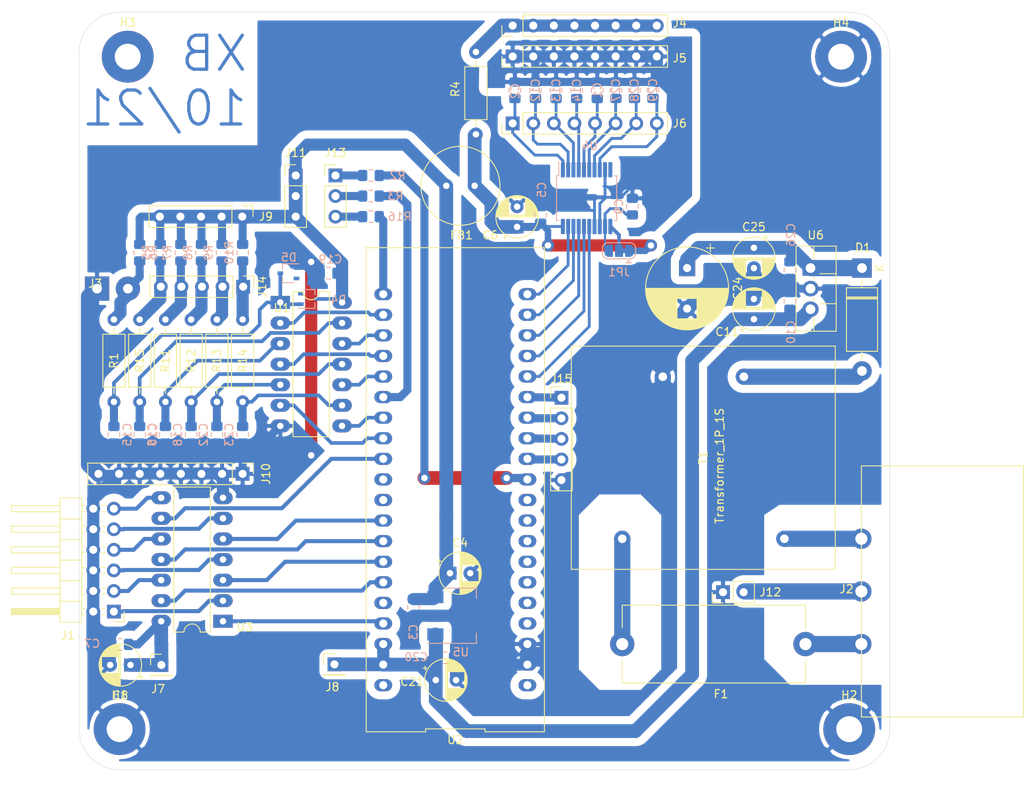
<source format=kicad_pcb>
(kicad_pcb (version 20171130) (host pcbnew 5.1.5+dfsg1-2build2)
  (layers (0 F.Cu signal) (31 B.Cu signal) (34 B.Paste user hide) (35 F.Paste user hide) (36 B.SilkS user hide) (37 F.SilkS user hide) (38 B.Mask user hide) (39 F.Mask user hide) (44 Edge.Cuts user))
  (net 0 "")
  (net 1 GND)
  (net 2 GNDA)
  (net 3 +3V3)
  (net 4 +3.3VA)
  (net 5 /VCC_OUT)
  (net 6 "Net-(C9-Pad2)")
  (net 7 +5V)
  (net 8 /INTERLOCK_p)
  (net 9 /SW_PWMOnly)
  (net 10 /SW_ModOn)
  (net 11 /SW_Dir)
  (net 12 "Net-(D4-Pad2)")
  (net 13 "Net-(D5-Pad2)")
  (net 14 /PWMU)
  (net 15 /~PWMU)
  (net 16 /PWMV)
  (net 17 /~PWMV)
  (net 18 /PWMW)
  (net 19 /~PWMW)
  (net 20 "Net-(JP1-Pad2)")
  (net 21 +3.3VADC)
  (net 22 /SW_Dir_u)
  (net 23 /INTERLOCK_u)
  (net 24 "Net-(U2-Pad1)")
  (net 25 /PWMU_u)
  (net 26 /~PWMU_u)
  (net 27 /PWMV_u)
  (net 28 /~PWMV_u)
  (net 29 /PWMW_u)
  (net 30 /~PWMW_u)
  (net 31 /SSTRB)
  (net 32 /SCK)
  (net 33 /MOSI)
  (net 34 /MISO)
  (net 35 /~CS)
  (net 36 /Pot_FPWM)
  (net 37 /Pot_FMOD)
  (net 38 /Pot_AMOD)
  (net 39 /Pot_DT)
  (net 40 "Net-(U4-Pad10)")
  (net 41 /Pot_ramp)
  (net 42 /Sw_Ramp)
  (net 43 /SW_OutONOFF)
  (net 44 /LED0_u)
  (net 45 /6A)
  (net 46 /7A)
  (net 47 /LED1_u)
  (net 48 /4B)
  (net 49 /4C)
  (net 50 /5A)
  (net 51 /2A)
  (net 52 /3A)
  (net 53 /SW_ModOn_u)
  (net 54 /SW_PWMOnly_u)
  (net 55 /Sw_Ramp_u)
  (net 56 /SW_OutONOFF_u)
  (net 57 "Net-(U2-Pad4)")
  (net 58 "Net-(U2-Pad5)")
  (net 59 /Interlock)
  (net 60 /Vsup)
  (net 61 /Vxfmr)
  (net 62 /AC_L)
  (net 63 /AC_Lf)
  (net 64 /AC_N)
  (net 65 /Earth)
  (net 66 /8A)
  (net 67 /LED_PWR_u)
  (net 68 "Net-(U2-Pad10)")
  (net 69 "Net-(U2-Pad9)")
  (net 70 "Net-(U2-Pad8)")
  (net 71 "Net-(U2-Pad7)")
  (net 72 "Net-(U2-Pad6)")
  (net 73 "Net-(U2-Pad30)")
  (net 74 "Net-(U2-Pad31)")
  (net 75 "Net-(J15-Pad4)")
  (net 76 "Net-(J15-Pad3)")
  (net 77 "Net-(J15-Pad2)")
  (net 78 "Net-(J15-Pad1)")
  (net 79 "Net-(C27-Pad2)")
  (net 80 "Net-(C28-Pad2)")
  (net 81 "Net-(C29-Pad2)")
  (net 82 "Net-(U2-Pad36)")
  (net 83 "Net-(U2-Pad40)")
  (module Package_TO_SOT_SMD:SOT-223 (layer B.Cu) (at 106.1 128)
    (fp_text reference U5 (at 0 4.5) (layer B.SilkS) (effects (justify mirror)))
    (fp_text value MIC5209-3.3YS-TR)
    (pad 1 smd rect (at -3.15 2.3) (size 2 1.5) (layers B.Cu B.Paste B.Mask) (net 7 +5V))
    (pad 3 smd rect (at -3.15 -2.3) (size 2 1.5) (layers B.Cu B.Paste B.Mask) (net 3 +3V3))
    (pad 2 smd rect (at -3.15 0) (size 2 1.5) (layers B.Cu B.Paste B.Mask) (net 1 GND))
    (pad 4 smd rect (at 3.15 0) (size 2 3.8) (layers B.Cu B.Paste B.Mask) (net 1 GND))
  )
  (module Capacitor_THT:CP_Radial_D10.0mm_P5.00mm (layer F.Cu) (at 134 85.09 270)
    (fp_text reference C24 (at 2.5 -6.25 90) (layer F.SilkS))
    (fp_text value 470u)
    (pad 2 thru_hole circle (at 5 0 270) (size 2 2) (drill 1) (layers *.Cu *.Mask) (net 1 GND))
    (pad 1 thru_hole rect (at 0 0 270) (size 2 2) (drill 1) (layers *.Cu *.Mask) (net 60 /Vsup))
  )
  (module Capacitor_SMD:C_0805_2012Metric_Pad1.15x1.40mm_HandSolder (layer B.Cu) (at 127.25 77.5 270)
    (fp_text reference C9 (at 0 1.65 270) (layer B.SilkS) (effects (justify mirror)))
    (fp_text value 1u)
    (pad 2 smd roundrect (at 1.025 0 270) (size 1.15 1.4) (layers B.Cu B.Paste B.Mask) (roundrect_rratio 0.217391) (net 6 "Net-(C9-Pad2)"))
    (pad 1 smd roundrect (at -1.025 0 270) (size 1.15 1.4) (layers B.Cu B.Paste B.Mask) (roundrect_rratio 0.217391) (net 2 GNDA))
  )
  (module MountingHole:MountingHole_3.2mm_M3_Pad (layer F.Cu) (at 153 59)
    (fp_text reference H4 (at 0 -4.2) (layer F.SilkS))
    (fp_text value MountingHole_Pad)
    (pad 1 thru_hole circle (at 0 0) (size 6.4 6.4) (drill 3.2) (layers *.Cu *.Mask) (net 1 GND))
  )
  (module MountingHole:MountingHole_3.2mm_M3_Pad (layer F.Cu) (at 65 59)
    (fp_text reference H3 (at 0 -4.2) (layer F.SilkS))
    (fp_text value MountingHole_Pad)
    (pad 1 thru_hole circle (at 0 0) (size 6.4 6.4) (drill 3.2) (layers *.Cu *.Mask) (net 1 GND))
  )
  (module MountingHole:MountingHole_3.2mm_M3_Pad (layer F.Cu) (at 154 142)
    (fp_text reference H2 (at 0 -4.2) (layer F.SilkS))
    (fp_text value MountingHole_Pad)
    (pad 1 thru_hole circle (at 0 0) (size 6.4 6.4) (drill 3.2) (layers *.Cu *.Mask) (net 1 GND))
  )
  (module MountingHole:MountingHole_3.2mm_M3_Pad (layer F.Cu) (at 64 142)
    (fp_text reference H1 (at 0 -4.2) (layer F.SilkS))
    (fp_text value MountingHole_Pad)
    (pad 1 thru_hole circle (at 0 0) (size 6.4 6.4) (drill 3.2) (layers *.Cu *.Mask) (net 1 GND))
  )
  (module Capacitor_SMD:C_0805_2012Metric_Pad1.15x1.40mm_HandSolder (layer B.Cu) (at 129.794 63.119 270)
    (fp_text reference C29 (at 0 0 90) (layer B.SilkS) (effects (justify mirror)))
    (fp_text value 100n)
    (pad 2 smd roundrect (at 1.025 0 270) (size 1.15 1.4) (layers B.Cu B.Paste B.Mask) (roundrect_rratio 0.217391) (net 81 "Net-(C29-Pad2)"))
    (pad 1 smd roundrect (at -1.025 0 270) (size 1.15 1.4) (layers B.Cu B.Paste B.Mask) (roundrect_rratio 0.217391) (net 2 GNDA))
  )
  (module Capacitor_SMD:C_0805_2012Metric_Pad1.15x1.40mm_HandSolder (layer B.Cu) (at 127.508 63.128 270)
    (fp_text reference C28 (at 0 0 90) (layer B.SilkS) (effects (justify mirror)))
    (fp_text value 100n)
    (pad 2 smd roundrect (at 1.025 0 270) (size 1.15 1.4) (layers B.Cu B.Paste B.Mask) (roundrect_rratio 0.217391) (net 80 "Net-(C28-Pad2)"))
    (pad 1 smd roundrect (at -1.025 0 270) (size 1.15 1.4) (layers B.Cu B.Paste B.Mask) (roundrect_rratio 0.217391) (net 2 GNDA))
  )
  (module Capacitor_SMD:C_0805_2012Metric_Pad1.15x1.40mm_HandSolder (layer B.Cu) (at 125.222 63.128 270)
    (fp_text reference C27 (at 0 0 90) (layer B.SilkS) (effects (justify mirror)))
    (fp_text value 100n)
    (pad 2 smd roundrect (at 1.025 0 270) (size 1.15 1.4) (layers B.Cu B.Paste B.Mask) (roundrect_rratio 0.217391) (net 79 "Net-(C27-Pad2)"))
    (pad 1 smd roundrect (at -1.025 0 270) (size 1.15 1.4) (layers B.Cu B.Paste B.Mask) (roundrect_rratio 0.217391) (net 2 GNDA))
  )
  (module Connector_PinHeader_2.54mm:PinHeader_1x05_P2.54mm_Vertical (layer F.Cu) (at 118.5 101.092)
    (fp_text reference J15 (at 0 -2.33) (layer F.SilkS))
    (fp_text value Conn_01x05)
    (pad 5 thru_hole oval (at 0 10.16) (size 1.7 1.7) (drill 1) (layers *.Cu *.Mask) (net 1 GND))
    (pad 4 thru_hole oval (at 0 7.62) (size 1.7 1.7) (drill 1) (layers *.Cu *.Mask) (net 75 "Net-(J15-Pad4)"))
    (pad 3 thru_hole oval (at 0 5.08) (size 1.7 1.7) (drill 1) (layers *.Cu *.Mask) (net 76 "Net-(J15-Pad3)"))
    (pad 2 thru_hole oval (at 0 2.54) (size 1.7 1.7) (drill 1) (layers *.Cu *.Mask) (net 77 "Net-(J15-Pad2)"))
    (pad 1 thru_hole rect (at 0 0) (size 1.7 1.7) (drill 1) (layers *.Cu *.Mask) (net 78 "Net-(J15-Pad1)"))
  )
  (module footprints:TangNano (layer F.Cu) (at 105.41 112.445 90)
    (fp_text reference U2 (at -30.88 0) (layer F.SilkS))
    (fp_text value TangNano)
    (pad 20 thru_hole oval (at 24.13 8.89 90) (size 1.5 2.2) (drill 1) (layers *.Cu *.Mask) (net 32 /SCK))
    (pad 21 thru_hole oval (at 24.13 -8.89 90) (size 1.5 2.2) (drill 1) (layers *.Cu *.Mask) (net 67 /LED_PWR_u))
    (pad 19 thru_hole oval (at 21.59 8.89 90) (size 1.5 2.2) (drill 1) (layers *.Cu *.Mask) (net 35 /~CS))
    (pad 22 thru_hole oval (at 21.59 -8.89 90) (size 1.5 2.2) (drill 1) (layers *.Cu *.Mask) (net 23 /INTERLOCK_u))
    (pad 18 thru_hole oval (at 19.05 8.89 90) (size 1.5 2.2) (drill 1) (layers *.Cu *.Mask) (net 33 /MOSI))
    (pad 23 thru_hole oval (at 19.05 -8.89 90) (size 1.5 2.2) (drill 1) (layers *.Cu *.Mask) (net 53 /SW_ModOn_u))
    (pad 17 thru_hole oval (at 16.51 8.89 90) (size 1.5 2.2) (drill 1) (layers *.Cu *.Mask) (net 31 /SSTRB))
    (pad 24 thru_hole oval (at 16.51 -8.89 90) (size 1.5 2.2) (drill 1) (layers *.Cu *.Mask) (net 54 /SW_PWMOnly_u))
    (pad 16 thru_hole oval (at 13.97 8.89 90) (size 1.5 2.2) (drill 1) (layers *.Cu *.Mask) (net 34 /MISO))
    (pad 25 thru_hole oval (at 13.97 -8.89 90) (size 1.5 2.2) (drill 1) (layers *.Cu *.Mask) (net 55 /Sw_Ramp_u))
    (pad 15 thru_hole oval (at 11.43 8.89 90) (size 1.5 2.2) (drill 1) (layers *.Cu *.Mask) (net 78 "Net-(J15-Pad1)"))
    (pad 26 thru_hole oval (at 11.43 -8.89 90) (size 1.5 2.2) (drill 1) (layers *.Cu *.Mask) (net 47 /LED1_u))
    (pad 14 thru_hole oval (at 8.89 8.89 90) (size 1.5 2.2) (drill 1) (layers *.Cu *.Mask) (net 77 "Net-(J15-Pad2)"))
    (pad 27 thru_hole oval (at 8.89 -8.89 90) (size 1.5 2.2) (drill 1) (layers *.Cu *.Mask) (net 56 /SW_OutONOFF_u))
    (pad 13 thru_hole oval (at 6.35 8.89 90) (size 1.5 2.2) (drill 1) (layers *.Cu *.Mask) (net 76 "Net-(J15-Pad3)"))
    (pad 28 thru_hole oval (at 6.35 -8.89 90) (size 1.5 2.2) (drill 1) (layers *.Cu *.Mask) (net 22 /SW_Dir_u))
    (pad 12 thru_hole oval (at 3.81 8.89 90) (size 1.5 2.2) (drill 1) (layers *.Cu *.Mask) (net 75 "Net-(J15-Pad4)"))
    (pad 29 thru_hole oval (at 3.81 -8.89 90) (size 1.5 2.2) (drill 1) (layers *.Cu *.Mask) (net 30 /~PWMW_u))
    (pad 11 thru_hole oval (at 1.27 8.89 90) (size 1.5 2.2) (drill 1) (layers *.Cu *.Mask) (net 44 /LED0_u))
    (pad 30 thru_hole oval (at 1.27 -8.89 90) (size 1.5 2.2) (drill 1) (layers *.Cu *.Mask) (net 73 "Net-(U2-Pad30)"))
    (pad 10 thru_hole oval (at -1.27 8.89 90) (size 1.5 2.2) (drill 1) (layers *.Cu *.Mask) (net 68 "Net-(U2-Pad10)"))
    (pad 31 thru_hole oval (at -1.27 -8.89 90) (size 1.5 2.2) (drill 1) (layers *.Cu *.Mask) (net 74 "Net-(U2-Pad31)"))
    (pad 9 thru_hole oval (at -3.81 8.89 90) (size 1.5 2.2) (drill 1) (layers *.Cu *.Mask) (net 69 "Net-(U2-Pad9)"))
    (pad 32 thru_hole oval (at -3.81 -8.89 90) (size 1.5 2.2) (drill 1) (layers *.Cu *.Mask) (net 29 /PWMW_u))
    (pad 8 thru_hole oval (at -6.35 8.89 90) (size 1.5 2.2) (drill 1) (layers *.Cu *.Mask) (net 70 "Net-(U2-Pad8)"))
    (pad 33 thru_hole oval (at -6.35 -8.89 90) (size 1.5 2.2) (drill 1) (layers *.Cu *.Mask) (net 28 /~PWMV_u))
    (pad 7 thru_hole oval (at -8.89 8.89 90) (size 1.5 2.2) (drill 1) (layers *.Cu *.Mask) (net 71 "Net-(U2-Pad7)"))
    (pad 34 thru_hole oval (at -8.89 -8.89 90) (size 1.5 2.2) (drill 1) (layers *.Cu *.Mask) (net 27 /PWMV_u))
    (pad 6 thru_hole oval (at -11.43 8.89 90) (size 1.5 2.2) (drill 1) (layers *.Cu *.Mask) (net 72 "Net-(U2-Pad6)"))
    (pad 35 thru_hole oval (at -11.43 -8.89 90) (size 1.5 2.2) (drill 1) (layers *.Cu *.Mask) (net 26 /~PWMU_u))
    (pad 5 thru_hole oval (at -13.97 8.89 90) (size 1.5 2.2) (drill 1) (layers *.Cu *.Mask) (net 58 "Net-(U2-Pad5)"))
    (pad 36 thru_hole oval (at -13.97 -8.89 90) (size 1.5 2.2) (drill 1) (layers *.Cu *.Mask) (net 82 "Net-(U2-Pad36)"))
    (pad 4 thru_hole oval (at -16.51 8.89 90) (size 1.5 2.2) (drill 1) (layers *.Cu *.Mask) (net 57 "Net-(U2-Pad4)"))
    (pad 37 thru_hole oval (at -16.51 -8.89 90) (size 1.5 2.2) (drill 1) (layers *.Cu *.Mask) (net 25 /PWMU_u))
    (pad 3 thru_hole oval (at -19.05 8.89 90) (size 1.5 2.2) (drill 1) (layers *.Cu *.Mask) (net 1 GND))
    (pad 38 thru_hole oval (at -19.05 -8.89 90) (size 1.5 2.2) (drill 1) (layers *.Cu *.Mask) (net 7 +5V))
    (pad 2 thru_hole oval (at -21.59 8.89 90) (size 1.5 2.2) (drill 1) (layers *.Cu *.Mask) (net 1 GND))
    (pad 39 thru_hole oval (at -21.59 -8.89 90) (size 1.5 2.2) (drill 1) (layers *.Cu *.Mask) (net 7 +5V))
    (pad 1 thru_hole oval (at -24.13 8.89 90) (size 1.5 2.2) (drill 1) (layers *.Cu *.Mask) (net 24 "Net-(U2-Pad1)"))
    (pad 40 thru_hole oval (at -24.13 -8.89 90) (size 1.5 2.2) (drill 1) (layers *.Cu *.Mask) (net 83 "Net-(U2-Pad40)"))
  )
  (module footprints:VB1-2-1-12_transformer (layer F.Cu) (at 126 118.5 90)
    (fp_text reference T1 (at 10 10 90) (layer F.SilkS))
    (fp_text value Transformer_1P_1S (at 9 12 90) (layer F.SilkS))
    (pad 2 thru_hole circle (at 0 20.000001 90) (size 2 2) (drill 1.0668) (layers *.Cu *.Mask) (net 64 /AC_N))
    (pad 4 thru_hole circle (at 20.000001 15 90) (size 2 2) (drill 1.0668) (layers *.Cu *.Mask) (net 61 /Vxfmr))
    (pad 3 thru_hole circle (at 20.000001 5 90) (size 2 2) (drill 1.0668) (layers *.Cu *.Mask) (net 1 GND))
    (pad 1 thru_hole circle (at 0 0 90) (size 2 2) (drill 1.0668) (layers *.Cu *.Mask) (net 63 /AC_Lf))
  )
  (module Package_DIP:DIP-14_W7.62mm_LongPads (layer F.Cu) (at 83.82 89.33)
    (fp_text reference U1 (at 0.18 0.67) (layer F.SilkS))
    (fp_text value 74HC14)
    (pad 14 thru_hole oval (at 7.62 0) (size 2.4 1.6) (drill 0.8) (layers *.Cu *.Mask) (net 3 +3V3))
    (pad 7 thru_hole oval (at 0 15.24) (size 2.4 1.6) (drill 0.8) (layers *.Cu *.Mask) (net 1 GND))
    (pad 13 thru_hole oval (at 7.62 2.54) (size 2.4 1.6) (drill 0.8) (layers *.Cu *.Mask) (net 10 /SW_ModOn))
    (pad 6 thru_hole oval (at 0 12.7) (size 2.4 1.6) (drill 0.8) (layers *.Cu *.Mask) (net 22 /SW_Dir_u))
    (pad 12 thru_hole oval (at 7.62 5.08) (size 2.4 1.6) (drill 0.8) (layers *.Cu *.Mask) (net 53 /SW_ModOn_u))
    (pad 5 thru_hole oval (at 0 10.16) (size 2.4 1.6) (drill 0.8) (layers *.Cu *.Mask) (net 11 /SW_Dir))
    (pad 11 thru_hole oval (at 7.62 7.62) (size 2.4 1.6) (drill 0.8) (layers *.Cu *.Mask) (net 42 /Sw_Ramp))
    (pad 4 thru_hole oval (at 0 7.62) (size 2.4 1.6) (drill 0.8) (layers *.Cu *.Mask) (net 54 /SW_PWMOnly_u))
    (pad 10 thru_hole oval (at 7.62 10.16) (size 2.4 1.6) (drill 0.8) (layers *.Cu *.Mask) (net 55 /Sw_Ramp_u))
    (pad 3 thru_hole oval (at 0 5.08) (size 2.4 1.6) (drill 0.8) (layers *.Cu *.Mask) (net 9 /SW_PWMOnly))
    (pad 9 thru_hole oval (at 7.62 12.7) (size 2.4 1.6) (drill 0.8) (layers *.Cu *.Mask) (net 43 /SW_OutONOFF))
    (pad 2 thru_hole oval (at 0 2.54) (size 2.4 1.6) (drill 0.8) (layers *.Cu *.Mask) (net 23 /INTERLOCK_u))
    (pad 8 thru_hole oval (at 7.62 15.24) (size 2.4 1.6) (drill 0.8) (layers *.Cu *.Mask) (net 56 /SW_OutONOFF_u))
    (pad 1 thru_hole rect (at 0 0) (size 2.4 1.6) (drill 0.8) (layers *.Cu *.Mask) (net 8 /INTERLOCK_p))
  )
  (module Connector_PinHeader_2.54mm:PinHeader_1x03_P2.54mm_Vertical (layer F.Cu) (at 85.725 73.66)
    (fp_text reference J11 (at 0 -2.794) (layer F.SilkS))
    (fp_text value Conn_01x03)
    (pad 3 thru_hole oval (at 0 5.08) (size 1.7 1.7) (drill 1) (layers *.Cu *.Mask) (net 3 +3V3))
    (pad 2 thru_hole oval (at 0 2.54) (size 1.7 1.7) (drill 1) (layers *.Cu *.Mask) (net 3 +3V3))
    (pad 1 thru_hole rect (at 0 0) (size 1.7 1.7) (drill 1) (layers *.Cu *.Mask) (net 3 +3V3))
  )
  (module Connector_PinHeader_2.54mm:PinHeader_1x05_P2.54mm_Vertical (layer F.Cu) (at 79.121 78.74 270)
    (fp_text reference J9 (at 0 -2.921 180) (layer F.SilkS))
    (fp_text value Conn_01x05)
    (pad 5 thru_hole oval (at 0 10.16 270) (size 1.7 1.7) (drill 1) (layers *.Cu *.Mask) (net 3 +3V3))
    (pad 4 thru_hole oval (at 0 7.62 270) (size 1.7 1.7) (drill 1) (layers *.Cu *.Mask) (net 3 +3V3))
    (pad 3 thru_hole oval (at 0 5.08 270) (size 1.7 1.7) (drill 1) (layers *.Cu *.Mask) (net 3 +3V3))
    (pad 2 thru_hole oval (at 0 2.54 270) (size 1.7 1.7) (drill 1) (layers *.Cu *.Mask) (net 3 +3V3))
    (pad 1 thru_hole rect (at 0 0 270) (size 1.7 1.7) (drill 1) (layers *.Cu *.Mask) (net 3 +3V3))
  )
  (module footprints:IEC_mains_3pin (layer F.Cu) (at 155.5 125 180)
    (fp_text reference J2 (at 1.83 0.286) (layer F.SilkS))
    (fp_text value Conn_WallSocket_Earth hide)
    (pad 2 thru_hole circle (at 0 6.5 180) (size 2.5 2.5) (drill 1.5) (layers *.Cu *.Mask) (net 64 /AC_N))
    (pad 3 thru_hole circle (at 0 0 180) (size 2.5 2.5) (drill 1.5) (layers *.Cu *.Mask) (net 65 /Earth))
    (pad 1 thru_hole circle (at 0 -6.5 180) (size 2.5 2.5) (drill 1.5) (layers *.Cu *.Mask) (net 62 /AC_L))
  )
  (module Package_TO_SOT_THT:TO-220F-3_Vertical (layer F.Cu) (at 149.225 85.09 270)
    (fp_text reference U6 (at -4.064 -0.635 180) (layer F.SilkS))
    (fp_text value L7805)
    (pad 3 thru_hole oval (at 5.08 0 270) (size 1.905 2) (drill 1.2) (layers *.Cu *.Mask) (net 7 +5V))
    (pad 2 thru_hole oval (at 2.54 0 270) (size 1.905 2) (drill 1.2) (layers *.Cu *.Mask) (net 1 GND))
    (pad 1 thru_hole rect (at 0 0 270) (size 1.905 2) (drill 1.2) (layers *.Cu *.Mask) (net 60 /Vsup))
  )
  (module Resistor_SMD:R_0805_2012Metric_Pad1.15x1.40mm_HandSolder (layer B.Cu) (at 95.005 78.74)
    (fp_text reference R16 (at 3.547 0) (layer B.SilkS) (effects (justify mirror)))
    (fp_text value 470)
    (pad 2 smd roundrect (at 1.025 0) (size 1.15 1.4) (layers B.Cu B.Paste B.Mask) (roundrect_rratio 0.217391) (net 67 /LED_PWR_u))
    (pad 1 smd roundrect (at -1.025 0) (size 1.15 1.4) (layers B.Cu B.Paste B.Mask) (roundrect_rratio 0.217391) (net 66 /8A))
  )
  (module Connector_PinHeader_2.54mm:PinHeader_1x05_P2.54mm_Vertical (layer F.Cu) (at 79.24 87.39 270)
    (fp_text reference J14 (at 0 -2.33 90) (layer F.SilkS))
    (fp_text value Conn_01x05)
    (pad 5 thru_hole oval (at 0 10.16 270) (size 1.7 1.7) (drill 1) (layers *.Cu *.Mask) (net 48 /4B))
    (pad 4 thru_hole oval (at 0 7.62 270) (size 1.7 1.7) (drill 1) (layers *.Cu *.Mask) (net 49 /4C))
    (pad 3 thru_hole oval (at 0 5.08 270) (size 1.7 1.7) (drill 1) (layers *.Cu *.Mask) (net 50 /5A))
    (pad 2 thru_hole oval (at 0 2.54 270) (size 1.7 1.7) (drill 1) (layers *.Cu *.Mask) (net 51 /2A))
    (pad 1 thru_hole rect (at 0 0 270) (size 1.7 1.7) (drill 1) (layers *.Cu *.Mask) (net 52 /3A))
  )
  (module Connector_PinHeader_2.54mm:PinHeader_1x03_P2.54mm_Vertical (layer F.Cu) (at 90.625 73.66)
    (fp_text reference J13 (at 0 -2.794) (layer F.SilkS))
    (fp_text value Conn_01x03)
    (pad 3 thru_hole oval (at 0 5.08) (size 1.7 1.7) (drill 1) (layers *.Cu *.Mask) (net 66 /8A))
    (pad 2 thru_hole oval (at 0 2.54) (size 1.7 1.7) (drill 1) (layers *.Cu *.Mask) (net 46 /7A))
    (pad 1 thru_hole rect (at 0 0) (size 1.7 1.7) (drill 1) (layers *.Cu *.Mask) (net 45 /6A))
  )
  (module Connector_PinHeader_2.54mm:PinHeader_1x02_P2.54mm_Vertical (layer F.Cu) (at 138.43 125.095 90)
    (fp_text reference J12 (at 0 5.842 180) (layer F.SilkS))
    (fp_text value Conn_01x02)
    (pad 2 thru_hole oval (at 0 2.54 90) (size 1.7 1.7) (drill 1) (layers *.Cu *.Mask) (net 65 /Earth))
    (pad 1 thru_hole rect (at 0 0 90) (size 1.7 1.7) (drill 1) (layers *.Cu *.Mask) (net 1 GND))
  )
  (module Fuse:Fuseholder_Cylinder-5x20mm_Stelvio-Kontek_PTF78_Horizontal_Open (layer F.Cu) (at 126 131.5)
    (fp_text reference F1 (at 12.176 6.168) (layer F.SilkS))
    (fp_text value Fuse)
    (pad 2 thru_hole circle (at 22.6 0) (size 3 3) (drill 1.5) (layers *.Cu *.Mask) (net 62 /AC_L))
    (pad 1 thru_hole circle (at 0 0) (size 3 3) (drill 1.5) (layers *.Cu *.Mask) (net 63 /AC_Lf))
  )
  (module Diode_THT:D_DO-15_P12.70mm_Horizontal (layer F.Cu) (at 155.575 85.09 270)
    (fp_text reference D1 (at -2.54 -0.127 180) (layer F.SilkS))
    (fp_text value D)
    (fp_text user K (at 0 -2.2 90) (layer F.SilkS))
    (pad 2 thru_hole oval (at 12.7 0 270) (size 2.4 2.4) (drill 1.2) (layers *.Cu *.Mask) (net 61 /Vxfmr))
    (pad 1 thru_hole rect (at 0 0 270) (size 2.4 2.4) (drill 1.2) (layers *.Cu *.Mask) (net 60 /Vsup))
  )
  (module Capacitor_SMD:C_0805_2012Metric_Pad1.15x1.40mm_HandSolder (layer B.Cu) (at 146.685 85.335 270)
    (fp_text reference C26 (at -4.335 -0.127 90) (layer B.SilkS) (effects (justify mirror)))
    (fp_text value 100n)
    (pad 2 smd roundrect (at 1.025 0 270) (size 1.15 1.4) (layers B.Cu B.Paste B.Mask) (roundrect_rratio 0.217391) (net 1 GND))
    (pad 1 smd roundrect (at -1.025 0 270) (size 1.15 1.4) (layers B.Cu B.Paste B.Mask) (roundrect_rratio 0.217391) (net 60 /Vsup))
  )
  (module Capacitor_THT:CP_Radial_D5.0mm_P2.50mm (layer F.Cu) (at 142.24 82.59 270)
    (fp_text reference C25 (at -2.58 0 180) (layer F.SilkS))
    (fp_text value 10u)
    (pad 2 thru_hole circle (at 2.5 0 270) (size 1.6 1.6) (drill 0.8) (layers *.Cu *.Mask) (net 1 GND))
    (pad 1 thru_hole rect (at 0 0 270) (size 1.6 1.6) (drill 0.8) (layers *.Cu *.Mask) (net 60 /Vsup))
  )
  (module Capacitor_SMD:C_0805_2012Metric_Pad1.15x1.40mm_HandSolder (layer B.Cu) (at 64.07 131.54 180)
    (fp_text reference C7 (at 3.454 0.094) (layer B.SilkS) (effects (justify mirror)))
    (fp_text value 100n)
    (pad 1 smd roundrect (at -1.025 0 180) (size 1.15 1.4) (layers B.Cu B.Paste B.Mask) (roundrect_rratio 0.217391) (net 5 /VCC_OUT))
    (pad 2 smd roundrect (at 1.025 0 180) (size 1.15 1.4) (layers B.Cu B.Paste B.Mask) (roundrect_rratio 0.217391) (net 1 GND))
  )
  (module Resistor_SMD:R_0805_2012Metric_Pad1.15x1.40mm_HandSolder (layer B.Cu) (at 66.475 83.185 90)
    (fp_text reference R6 (at 0 1.65 270) (layer B.SilkS) (effects (justify mirror)))
    (fp_text value 1M)
    (pad 2 smd roundrect (at 1.025 0 90) (size 1.15 1.4) (layers B.Cu B.Paste B.Mask) (roundrect_rratio 0.217391) (net 3 +3V3))
    (pad 1 smd roundrect (at -1.025 0 90) (size 1.15 1.4) (layers B.Cu B.Paste B.Mask) (roundrect_rratio 0.217391) (net 59 /Interlock))
  )
  (module Resistor_SMD:R_0805_2012Metric_Pad1.15x1.40mm_HandSolder (layer B.Cu) (at 74.095 83.185 270)
    (fp_text reference R8 (at 0 1.65 270) (layer B.SilkS) (effects (justify mirror)))
    (fp_text value 1M)
    (pad 2 smd roundrect (at 1.025 0 270) (size 1.15 1.4) (layers B.Cu B.Paste B.Mask) (roundrect_rratio 0.217391) (net 50 /5A))
    (pad 1 smd roundrect (at -1.025 0 270) (size 1.15 1.4) (layers B.Cu B.Paste B.Mask) (roundrect_rratio 0.217391) (net 3 +3V3))
  )
  (module Resistor_SMD:R_0805_2012Metric_Pad1.15x1.40mm_HandSolder (layer B.Cu) (at 79.175 83.185 270)
    (fp_text reference R10 (at 0 1.65 270) (layer B.SilkS) (effects (justify mirror)))
    (fp_text value 1M)
    (pad 2 smd roundrect (at 1.025 0 270) (size 1.15 1.4) (layers B.Cu B.Paste B.Mask) (roundrect_rratio 0.217391) (net 52 /3A))
    (pad 1 smd roundrect (at -1.025 0 270) (size 1.15 1.4) (layers B.Cu B.Paste B.Mask) (roundrect_rratio 0.217391) (net 3 +3V3))
  )
  (module Resistor_SMD:R_0805_2012Metric_Pad1.15x1.40mm_HandSolder (layer B.Cu) (at 76.635 83.185 270)
    (fp_text reference R9 (at 0 1.65 270) (layer B.SilkS) (effects (justify mirror)))
    (fp_text value 1M)
    (pad 2 smd roundrect (at 1.025 0 270) (size 1.15 1.4) (layers B.Cu B.Paste B.Mask) (roundrect_rratio 0.217391) (net 51 /2A))
    (pad 1 smd roundrect (at -1.025 0 270) (size 1.15 1.4) (layers B.Cu B.Paste B.Mask) (roundrect_rratio 0.217391) (net 3 +3V3))
  )
  (module Resistor_SMD:R_0805_2012Metric_Pad1.15x1.40mm_HandSolder (layer B.Cu) (at 71.555 83.185 270)
    (fp_text reference R7 (at 0 1.65 270) (layer B.SilkS) (effects (justify mirror)))
    (fp_text value 1M)
    (pad 2 smd roundrect (at 1.025 0 270) (size 1.15 1.4) (layers B.Cu B.Paste B.Mask) (roundrect_rratio 0.217391) (net 49 /4C))
    (pad 1 smd roundrect (at -1.025 0 270) (size 1.15 1.4) (layers B.Cu B.Paste B.Mask) (roundrect_rratio 0.217391) (net 3 +3V3))
  )
  (module Resistor_SMD:R_0805_2012Metric_Pad1.15x1.40mm_HandSolder (layer B.Cu) (at 69.015 83.185 270)
    (fp_text reference R5 (at 0 1.65 270) (layer B.SilkS) (effects (justify mirror)))
    (fp_text value 1M)
    (pad 2 smd roundrect (at 1.025 0 270) (size 1.15 1.4) (layers B.Cu B.Paste B.Mask) (roundrect_rratio 0.217391) (net 48 /4B))
    (pad 1 smd roundrect (at -1.025 0 270) (size 1.15 1.4) (layers B.Cu B.Paste B.Mask) (roundrect_rratio 0.217391) (net 3 +3V3))
  )
  (module Resistor_THT:R_Axial_DIN0207_L6.3mm_D2.5mm_P10.16mm_Horizontal (layer F.Cu) (at 107.95 58.42 270)
    (fp_text reference R4 (at 4.572 2.54 90) (layer F.SilkS))
    (fp_text value 0)
    (pad 1 thru_hole circle (at 0 0 270) (size 1.6 1.6) (drill 0.8) (layers *.Cu *.Mask) (net 21 +3.3VADC))
    (pad 2 thru_hole oval (at 10.16 0 270) (size 1.6 1.6) (drill 0.8) (layers *.Cu *.Mask) (net 4 +3.3VA))
  )
  (module Resistor_THT:R_Axial_DIN0207_L6.3mm_D2.5mm_P10.16mm_Horizontal (layer F.Cu) (at 66.475 91.44 270)
    (fp_text reference R15 (at 5.08 0 90) (layer F.SilkS))
    (fp_text value 1M)
    (pad 2 thru_hole oval (at 10.16 0 270) (size 1.6 1.6) (drill 0.8) (layers *.Cu *.Mask) (net 10 /SW_ModOn))
    (pad 1 thru_hole circle (at 0 0 270) (size 1.6 1.6) (drill 0.8) (layers *.Cu *.Mask) (net 48 /4B))
  )
  (module Resistor_THT:R_Axial_DIN0207_L6.3mm_D2.5mm_P10.16mm_Horizontal (layer F.Cu) (at 79.175 91.44 270)
    (fp_text reference R14 (at 5.08 0 90) (layer F.SilkS))
    (fp_text value 1M)
    (pad 2 thru_hole oval (at 10.16 0 270) (size 1.6 1.6) (drill 0.8) (layers *.Cu *.Mask) (net 43 /SW_OutONOFF))
    (pad 1 thru_hole circle (at 0 0 270) (size 1.6 1.6) (drill 0.8) (layers *.Cu *.Mask) (net 52 /3A))
  )
  (module Resistor_THT:R_Axial_DIN0207_L6.3mm_D2.5mm_P10.16mm_Horizontal (layer F.Cu) (at 76 91.44 270)
    (fp_text reference R13 (at 5.08 0 90) (layer F.SilkS))
    (fp_text value 1M)
    (pad 2 thru_hole oval (at 10.16 0 270) (size 1.6 1.6) (drill 0.8) (layers *.Cu *.Mask) (net 11 /SW_Dir))
    (pad 1 thru_hole circle (at 0 0 270) (size 1.6 1.6) (drill 0.8) (layers *.Cu *.Mask) (net 51 /2A))
  )
  (module Resistor_THT:R_Axial_DIN0207_L6.3mm_D2.5mm_P10.16mm_Horizontal (layer F.Cu) (at 72.825 91.44 270)
    (fp_text reference R12 (at 5.08 0 90) (layer F.SilkS))
    (fp_text value 1M)
    (pad 2 thru_hole oval (at 10.16 0 270) (size 1.6 1.6) (drill 0.8) (layers *.Cu *.Mask) (net 42 /Sw_Ramp))
    (pad 1 thru_hole circle (at 0 0 270) (size 1.6 1.6) (drill 0.8) (layers *.Cu *.Mask) (net 50 /5A))
  )
  (module Resistor_THT:R_Axial_DIN0207_L6.3mm_D2.5mm_P10.16mm_Horizontal (layer F.Cu) (at 69.65 91.44 270)
    (fp_text reference R11 (at 5.08 0 90) (layer F.SilkS))
    (fp_text value 1M)
    (pad 2 thru_hole oval (at 10.16 0 270) (size 1.6 1.6) (drill 0.8) (layers *.Cu *.Mask) (net 9 /SW_PWMOnly))
    (pad 1 thru_hole circle (at 0 0 270) (size 1.6 1.6) (drill 0.8) (layers *.Cu *.Mask) (net 49 /4C))
  )
  (module Resistor_THT:R_Axial_DIN0207_L6.3mm_D2.5mm_P10.16mm_Horizontal (layer F.Cu) (at 63.3 91.44 270)
    (fp_text reference R1 (at 5.08 0 90) (layer F.SilkS))
    (fp_text value 1M)
    (pad 2 thru_hole oval (at 10.16 0 270) (size 1.6 1.6) (drill 0.8) (layers *.Cu *.Mask) (net 8 /INTERLOCK_p))
    (pad 1 thru_hole circle (at 0 0 270) (size 1.6 1.6) (drill 0.8) (layers *.Cu *.Mask) (net 59 /Interlock))
  )
  (module Capacitor_SMD:C_0805_2012Metric_Pad1.15x1.40mm_HandSolder (layer B.Cu) (at 79.175 105.655 270)
    (fp_text reference C23 (at 0 1.65 270) (layer B.SilkS) (effects (justify mirror)))
    (fp_text value 100n)
    (pad 2 smd roundrect (at 1.025 0 270) (size 1.15 1.4) (layers B.Cu B.Paste B.Mask) (roundrect_rratio 0.217391) (net 1 GND))
    (pad 1 smd roundrect (at -1.025 0 270) (size 1.15 1.4) (layers B.Cu B.Paste B.Mask) (roundrect_rratio 0.217391) (net 43 /SW_OutONOFF))
  )
  (module Capacitor_SMD:C_0805_2012Metric_Pad1.15x1.40mm_HandSolder (layer B.Cu) (at 76 105.655 270)
    (fp_text reference C22 (at 0 1.65 270) (layer B.SilkS) (effects (justify mirror)))
    (fp_text value 100n)
    (pad 2 smd roundrect (at 1.025 0 270) (size 1.15 1.4) (layers B.Cu B.Paste B.Mask) (roundrect_rratio 0.217391) (net 1 GND))
    (pad 1 smd roundrect (at -1.025 0 270) (size 1.15 1.4) (layers B.Cu B.Paste B.Mask) (roundrect_rratio 0.217391) (net 11 /SW_Dir))
  )
  (module Capacitor_SMD:C_0805_2012Metric_Pad1.15x1.40mm_HandSolder (layer B.Cu) (at 104.165 133.19 180)
    (fp_text reference C20 (at 3.581 0.094) (layer B.SilkS) (effects (justify mirror)))
    (fp_text value 100n)
    (pad 1 smd roundrect (at -1.025 0 180) (size 1.15 1.4) (layers B.Cu B.Paste B.Mask) (roundrect_rratio 0.217391) (net 1 GND))
    (pad 2 smd roundrect (at 1.025 0 180) (size 1.15 1.4) (layers B.Cu B.Paste B.Mask) (roundrect_rratio 0.217391) (net 7 +5V))
  )
  (module Capacitor_SMD:C_0805_2012Metric_Pad1.15x1.40mm_HandSolder (layer B.Cu) (at 89.78 85.725)
    (fp_text reference C19 (at 0.22 -1.725) (layer B.SilkS) (effects (justify mirror)))
    (fp_text value 100n)
    (pad 2 smd roundrect (at 1.025 0) (size 1.15 1.4) (layers B.Cu B.Paste B.Mask) (roundrect_rratio 0.217391) (net 3 +3V3))
    (pad 1 smd roundrect (at -1.025 0) (size 1.15 1.4) (layers B.Cu B.Paste B.Mask) (roundrect_rratio 0.217391) (net 1 GND))
  )
  (module Capacitor_SMD:C_0805_2012Metric_Pad1.15x1.40mm_HandSolder (layer B.Cu) (at 72.825 105.655 270)
    (fp_text reference C18 (at 0 1.65 270) (layer B.SilkS) (effects (justify mirror)))
    (fp_text value 100n)
    (pad 2 smd roundrect (at 1.025 0 270) (size 1.15 1.4) (layers B.Cu B.Paste B.Mask) (roundrect_rratio 0.217391) (net 1 GND))
    (pad 1 smd roundrect (at -1.025 0 270) (size 1.15 1.4) (layers B.Cu B.Paste B.Mask) (roundrect_rratio 0.217391) (net 42 /Sw_Ramp))
  )
  (module Capacitor_SMD:C_0805_2012Metric_Pad1.15x1.40mm_HandSolder (layer B.Cu) (at 66.475 105.655 90)
    (fp_text reference C17 (at 0 1.65 270) (layer B.SilkS) (effects (justify mirror)))
    (fp_text value 100n)
    (pad 2 smd roundrect (at 1.025 0 90) (size 1.15 1.4) (layers B.Cu B.Paste B.Mask) (roundrect_rratio 0.217391) (net 10 /SW_ModOn))
    (pad 1 smd roundrect (at -1.025 0 90) (size 1.15 1.4) (layers B.Cu B.Paste B.Mask) (roundrect_rratio 0.217391) (net 1 GND))
  )
  (module Capacitor_SMD:C_0805_2012Metric_Pad1.15x1.40mm_HandSolder (layer B.Cu) (at 69.65 105.655 270)
    (fp_text reference C16 (at 0 1.65 270) (layer B.SilkS) (effects (justify mirror)))
    (fp_text value 100n)
    (pad 2 smd roundrect (at 1.025 0 270) (size 1.15 1.4) (layers B.Cu B.Paste B.Mask) (roundrect_rratio 0.217391) (net 1 GND))
    (pad 1 smd roundrect (at -1.025 0 270) (size 1.15 1.4) (layers B.Cu B.Paste B.Mask) (roundrect_rratio 0.217391) (net 9 /SW_PWMOnly))
  )
  (module Capacitor_SMD:C_0805_2012Metric_Pad1.15x1.40mm_HandSolder (layer B.Cu) (at 63.3 105.655 90)
    (fp_text reference C15 (at 0 1.65 270) (layer B.SilkS) (effects (justify mirror)))
    (fp_text value DNP)
    (pad 2 smd roundrect (at 1.025 0 90) (size 1.15 1.4) (layers B.Cu B.Paste B.Mask) (roundrect_rratio 0.217391) (net 8 /INTERLOCK_p))
    (pad 1 smd roundrect (at -1.025 0 90) (size 1.15 1.4) (layers B.Cu B.Paste B.Mask) (roundrect_rratio 0.217391) (net 1 GND))
  )
  (module Capacitor_SMD:C_0805_2012Metric_Pad1.15x1.40mm_HandSolder (layer B.Cu) (at 120.38 63.14 270)
    (fp_text reference C14 (at 0 -0.016 90) (layer B.SilkS) (effects (justify mirror)))
    (fp_text value 100n)
    (pad 1 smd roundrect (at -1.025 0 270) (size 1.15 1.4) (layers B.Cu B.Paste B.Mask) (roundrect_rratio 0.217391) (net 2 GNDA))
    (pad 2 smd roundrect (at 1.025 0 270) (size 1.15 1.4) (layers B.Cu B.Paste B.Mask) (roundrect_rratio 0.217391) (net 39 /Pot_DT))
  )
  (module Capacitor_SMD:C_0805_2012Metric_Pad1.15x1.40mm_HandSolder (layer B.Cu) (at 117.84 63.14 270)
    (fp_text reference C13 (at 0 -0.016 90) (layer B.SilkS) (effects (justify mirror)))
    (fp_text value 100n)
    (pad 1 smd roundrect (at -1.025 0 270) (size 1.15 1.4) (layers B.Cu B.Paste B.Mask) (roundrect_rratio 0.217391) (net 2 GNDA))
    (pad 2 smd roundrect (at 1.025 0 270) (size 1.15 1.4) (layers B.Cu B.Paste B.Mask) (roundrect_rratio 0.217391) (net 38 /Pot_AMOD))
  )
  (module Capacitor_SMD:C_0805_2012Metric_Pad1.15x1.40mm_HandSolder (layer B.Cu) (at 115.3 63.14 270)
    (fp_text reference C12 (at 0 -0.016 90) (layer B.SilkS) (effects (justify mirror)))
    (fp_text value 100n)
    (pad 1 smd roundrect (at -1.025 0 270) (size 1.15 1.4) (layers B.Cu B.Paste B.Mask) (roundrect_rratio 0.217391) (net 2 GNDA))
    (pad 2 smd roundrect (at 1.025 0 270) (size 1.15 1.4) (layers B.Cu B.Paste B.Mask) (roundrect_rratio 0.217391) (net 37 /Pot_FMOD))
  )
  (module Capacitor_SMD:C_0805_2012Metric_Pad1.15x1.40mm_HandSolder (layer B.Cu) (at 146.685 89.145 270)
    (fp_text reference C10 (at 3.855 -0.127 90) (layer B.SilkS) (effects (justify mirror)))
    (fp_text value 100n)
    (pad 2 smd roundrect (at 1.025 0 270) (size 1.15 1.4) (layers B.Cu B.Paste B.Mask) (roundrect_rratio 0.217391) (net 7 +5V))
    (pad 1 smd roundrect (at -1.025 0 270) (size 1.15 1.4) (layers B.Cu B.Paste B.Mask) (roundrect_rratio 0.217391) (net 1 GND))
  )
  (module Capacitor_SMD:C_0805_2012Metric_Pad1.15x1.40mm_HandSolder (layer B.Cu) (at 115.935 78.525 270)
    (fp_text reference C5 (at -3.087 -0.143 90) (layer B.SilkS) (effects (justify mirror)))
    (fp_text value 100n)
    (pad 1 smd roundrect (at -1.025 0 270) (size 1.15 1.4) (layers B.Cu B.Paste B.Mask) (roundrect_rratio 0.217391) (net 1 GND))
    (pad 2 smd roundrect (at 1.025 0 270) (size 1.15 1.4) (layers B.Cu B.Paste B.Mask) (roundrect_rratio 0.217391) (net 4 +3.3VA))
  )
  (module Capacitor_SMD:C_0805_2012Metric_Pad1.15x1.40mm_HandSolder (layer B.Cu) (at 100.25 126.975 90)
    (fp_text reference C3 (at -3.039 0 270) (layer B.SilkS) (effects (justify mirror)))
    (fp_text value 100n)
    (pad 2 smd roundrect (at 1.025 0 90) (size 1.15 1.4) (layers B.Cu B.Paste B.Mask) (roundrect_rratio 0.217391) (net 3 +3V3))
    (pad 1 smd roundrect (at -1.025 0 90) (size 1.15 1.4) (layers B.Cu B.Paste B.Mask) (roundrect_rratio 0.217391) (net 1 GND))
  )
  (module Capacitor_SMD:C_0805_2012Metric_Pad1.15x1.40mm_HandSolder (layer B.Cu) (at 112.76 63.14 270)
    (fp_text reference C2 (at 0.106 -0.016 90) (layer B.SilkS) (effects (justify mirror)))
    (fp_text value 100n)
    (pad 1 smd roundrect (at -1.025 0 270) (size 1.15 1.4) (layers B.Cu B.Paste B.Mask) (roundrect_rratio 0.217391) (net 2 GNDA))
    (pad 2 smd roundrect (at 1.025 0 270) (size 1.15 1.4) (layers B.Cu B.Paste B.Mask) (roundrect_rratio 0.217391) (net 36 /Pot_FPWM))
  )
  (module Capacitor_SMD:C_0805_2012Metric_Pad1.15x1.40mm_HandSolder (layer B.Cu) (at 122.92 63.14 270)
    (fp_text reference C1 (at 0 -0.016 90) (layer B.SilkS) (effects (justify mirror)))
    (fp_text value 100n)
    (pad 1 smd roundrect (at -1.025 0 270) (size 1.15 1.4) (layers B.Cu B.Paste B.Mask) (roundrect_rratio 0.217391) (net 2 GNDA))
    (pad 2 smd roundrect (at 1.025 0 270) (size 1.15 1.4) (layers B.Cu B.Paste B.Mask) (roundrect_rratio 0.217391) (net 41 /Pot_ramp))
  )
  (module Resistor_SMD:R_0805_2012Metric_Pad1.15x1.40mm_HandSolder (layer B.Cu) (at 95.005 76.2)
    (fp_text reference R3 (at 3.039 0) (layer B.SilkS) (effects (justify mirror)))
    (fp_text value 470)
    (pad 2 smd roundrect (at 1.025 0) (size 1.15 1.4) (layers B.Cu B.Paste B.Mask) (roundrect_rratio 0.217391) (net 47 /LED1_u))
    (pad 1 smd roundrect (at -1.025 0) (size 1.15 1.4) (layers B.Cu B.Paste B.Mask) (roundrect_rratio 0.217391) (net 46 /7A))
  )
  (module Resistor_SMD:R_0805_2012Metric_Pad1.15x1.40mm_HandSolder (layer B.Cu) (at 95.005 73.66)
    (fp_text reference R2 (at 3.293 0) (layer B.SilkS) (effects (justify mirror)))
    (fp_text value 470)
    (pad 2 smd roundrect (at 1.025 0) (size 1.15 1.4) (layers B.Cu B.Paste B.Mask) (roundrect_rratio 0.217391) (net 44 /LED0_u))
    (pad 1 smd roundrect (at -1.025 0) (size 1.15 1.4) (layers B.Cu B.Paste B.Mask) (roundrect_rratio 0.217391) (net 45 /6A))
  )
  (module Connector_PinHeader_2.54mm:PinHeader_1x08_P2.54mm_Vertical (layer F.Cu) (at 79.175 110.49 270)
    (fp_text reference J10 (at 0 -2.867 90) (layer F.SilkS))
    (fp_text value Conn_01x08)
    (pad 8 thru_hole oval (at 0 17.78 270) (size 1.7 1.7) (drill 1) (layers *.Cu *.Mask) (net 1 GND))
    (pad 7 thru_hole oval (at 0 15.24 270) (size 1.7 1.7) (drill 1) (layers *.Cu *.Mask) (net 1 GND))
    (pad 6 thru_hole oval (at 0 12.7 270) (size 1.7 1.7) (drill 1) (layers *.Cu *.Mask) (net 1 GND))
    (pad 5 thru_hole oval (at 0 10.16 270) (size 1.7 1.7) (drill 1) (layers *.Cu *.Mask) (net 1 GND))
    (pad 4 thru_hole oval (at 0 7.62 270) (size 1.7 1.7) (drill 1) (layers *.Cu *.Mask) (net 1 GND))
    (pad 3 thru_hole oval (at 0 5.08 270) (size 1.7 1.7) (drill 1) (layers *.Cu *.Mask) (net 1 GND))
    (pad 2 thru_hole oval (at 0 2.54 270) (size 1.7 1.7) (drill 1) (layers *.Cu *.Mask) (net 1 GND))
    (pad 1 thru_hole rect (at 0 0 270) (size 1.7 1.7) (drill 1) (layers *.Cu *.Mask) (net 1 GND))
  )
  (module Connector_PinHeader_2.54mm:PinHeader_1x01_P2.54mm_Vertical (layer F.Cu) (at 90.5 134)
    (fp_text reference J8 (at -0.254 2.794) (layer F.SilkS))
    (fp_text value Conn_01x01)
    (pad 1 thru_hole rect (at 0 0) (size 1.7 1.7) (drill 1) (layers *.Cu *.Mask) (net 7 +5V))
  )
  (module Connector_PinHeader_2.54mm:PinHeader_1x01_P2.54mm_Vertical (layer F.Cu) (at 69.15 134.08)
    (fp_text reference J7 (at -0.406 2.954) (layer F.SilkS))
    (fp_text value Conn_01x01)
    (pad 1 thru_hole rect (at 0 0) (size 1.7 1.7) (drill 1) (layers *.Cu *.Mask) (net 5 /VCC_OUT))
  )
  (module Package_DIP:DIP-14_W7.62mm_LongPads (layer F.Cu) (at 76.75 128.685 180)
    (fp_text reference U3 (at -2.662 -0.729) (layer F.SilkS))
    (fp_text value 74HC14)
    (pad 14 thru_hole oval (at 7.62 0 180) (size 2.4 1.6) (drill 0.8) (layers *.Cu *.Mask) (net 5 /VCC_OUT))
    (pad 7 thru_hole oval (at 0 15.24 180) (size 2.4 1.6) (drill 0.8) (layers *.Cu *.Mask) (net 1 GND))
    (pad 13 thru_hole oval (at 7.62 2.54 180) (size 2.4 1.6) (drill 0.8) (layers *.Cu *.Mask) (net 26 /~PWMU_u))
    (pad 6 thru_hole oval (at 0 12.7 180) (size 2.4 1.6) (drill 0.8) (layers *.Cu *.Mask) (net 18 /PWMW))
    (pad 12 thru_hole oval (at 7.62 5.08 180) (size 2.4 1.6) (drill 0.8) (layers *.Cu *.Mask) (net 15 /~PWMU))
    (pad 5 thru_hole oval (at 0 10.16 180) (size 2.4 1.6) (drill 0.8) (layers *.Cu *.Mask) (net 29 /PWMW_u))
    (pad 11 thru_hole oval (at 7.62 7.62 180) (size 2.4 1.6) (drill 0.8) (layers *.Cu *.Mask) (net 28 /~PWMV_u))
    (pad 4 thru_hole oval (at 0 7.62 180) (size 2.4 1.6) (drill 0.8) (layers *.Cu *.Mask) (net 16 /PWMV))
    (pad 10 thru_hole oval (at 7.62 10.16 180) (size 2.4 1.6) (drill 0.8) (layers *.Cu *.Mask) (net 17 /~PWMV))
    (pad 3 thru_hole oval (at 0 5.08 180) (size 2.4 1.6) (drill 0.8) (layers *.Cu *.Mask) (net 27 /PWMV_u))
    (pad 9 thru_hole oval (at 7.62 12.7 180) (size 2.4 1.6) (drill 0.8) (layers *.Cu *.Mask) (net 30 /~PWMW_u))
    (pad 2 thru_hole oval (at 0 2.54 180) (size 2.4 1.6) (drill 0.8) (layers *.Cu *.Mask) (net 14 /PWMU))
    (pad 8 thru_hole oval (at 7.62 15.24 180) (size 2.4 1.6) (drill 0.8) (layers *.Cu *.Mask) (net 19 /~PWMW))
    (pad 1 thru_hole rect (at 0 0 180) (size 2.4 1.6) (drill 0.8) (layers *.Cu *.Mask) (net 25 /PWMU_u))
  )
  (module Connector_PinHeader_2.54mm:PinHeader_1x08_P2.54mm_Vertical (layer F.Cu) (at 112.485 67.225 90)
    (fp_text reference J6 (at 0 20.611 180) (layer F.SilkS))
    (fp_text value Conn_01x08)
    (pad 1 thru_hole rect (at 0 0 90) (size 1.7 1.7) (drill 1) (layers *.Cu *.Mask) (net 36 /Pot_FPWM))
    (pad 2 thru_hole oval (at 0 2.54 90) (size 1.7 1.7) (drill 1) (layers *.Cu *.Mask) (net 37 /Pot_FMOD))
    (pad 3 thru_hole oval (at 0 5.08 90) (size 1.7 1.7) (drill 1) (layers *.Cu *.Mask) (net 38 /Pot_AMOD))
    (pad 4 thru_hole oval (at 0 7.62 90) (size 1.7 1.7) (drill 1) (layers *.Cu *.Mask) (net 39 /Pot_DT))
    (pad 5 thru_hole oval (at 0 10.16 90) (size 1.7 1.7) (drill 1) (layers *.Cu *.Mask) (net 41 /Pot_ramp))
    (pad 6 thru_hole oval (at 0 12.7 90) (size 1.7 1.7) (drill 1) (layers *.Cu *.Mask) (net 79 "Net-(C27-Pad2)"))
    (pad 7 thru_hole oval (at 0 15.24 90) (size 1.7 1.7) (drill 1) (layers *.Cu *.Mask) (net 80 "Net-(C28-Pad2)"))
    (pad 8 thru_hole oval (at 0 17.78 90) (size 1.7 1.7) (drill 1) (layers *.Cu *.Mask) (net 81 "Net-(C29-Pad2)"))
  )
  (module Connector_PinHeader_2.54mm:PinHeader_1x08_P2.54mm_Vertical (layer F.Cu) (at 112.485 58.97 90)
    (fp_text reference J5 (at -0.212 20.611 180) (layer F.SilkS))
    (fp_text value Conn_01x08)
    (pad 1 thru_hole rect (at 0 0 90) (size 1.7 1.7) (drill 1) (layers *.Cu *.Mask) (net 2 GNDA))
    (pad 2 thru_hole oval (at 0 2.54 90) (size 1.7 1.7) (drill 1) (layers *.Cu *.Mask) (net 2 GNDA))
    (pad 3 thru_hole oval (at 0 5.08 90) (size 1.7 1.7) (drill 1) (layers *.Cu *.Mask) (net 2 GNDA))
    (pad 4 thru_hole oval (at 0 7.62 90) (size 1.7 1.7) (drill 1) (layers *.Cu *.Mask) (net 2 GNDA))
    (pad 5 thru_hole oval (at 0 10.16 90) (size 1.7 1.7) (drill 1) (layers *.Cu *.Mask) (net 2 GNDA))
    (pad 6 thru_hole oval (at 0 12.7 90) (size 1.7 1.7) (drill 1) (layers *.Cu *.Mask) (net 2 GNDA))
    (pad 7 thru_hole oval (at 0 15.24 90) (size 1.7 1.7) (drill 1) (layers *.Cu *.Mask) (net 2 GNDA))
    (pad 8 thru_hole oval (at 0 17.78 90) (size 1.7 1.7) (drill 1) (layers *.Cu *.Mask) (net 2 GNDA))
  )
  (module Connector_PinHeader_2.54mm:PinHeader_1x08_P2.54mm_Vertical (layer F.Cu) (at 112.485 55.16 90)
    (fp_text reference J4 (at 0.296 20.611 180) (layer F.SilkS))
    (fp_text value Conn_01x08)
    (pad 1 thru_hole rect (at 0 0 90) (size 1.7 1.7) (drill 1) (layers *.Cu *.Mask) (net 21 +3.3VADC))
    (pad 2 thru_hole oval (at 0 2.54 90) (size 1.7 1.7) (drill 1) (layers *.Cu *.Mask) (net 21 +3.3VADC))
    (pad 3 thru_hole oval (at 0 5.08 90) (size 1.7 1.7) (drill 1) (layers *.Cu *.Mask) (net 21 +3.3VADC))
    (pad 4 thru_hole oval (at 0 7.62 90) (size 1.7 1.7) (drill 1) (layers *.Cu *.Mask) (net 21 +3.3VADC))
    (pad 5 thru_hole oval (at 0 10.16 90) (size 1.7 1.7) (drill 1) (layers *.Cu *.Mask) (net 21 +3.3VADC))
    (pad 6 thru_hole oval (at 0 12.7 90) (size 1.7 1.7) (drill 1) (layers *.Cu *.Mask) (net 21 +3.3VADC))
    (pad 7 thru_hole oval (at 0 15.24 90) (size 1.7 1.7) (drill 1) (layers *.Cu *.Mask) (net 21 +3.3VADC))
    (pad 8 thru_hole oval (at 0 17.78 90) (size 1.7 1.7) (drill 1) (layers *.Cu *.Mask) (net 21 +3.3VADC))
  )
  (module Connector_Wire:SolderWirePad_1x02_P3.81mm_Drill1.2mm (layer F.Cu) (at 61.214 87.63)
    (fp_text reference J3 (at -0.214 -0.63) (layer F.SilkS))
    (fp_text value INTERLOCK)
    (pad 2 thru_hole circle (at 3.81 0) (size 2.99974 2.99974) (drill 1.19888) (layers *.Cu *.Mask) (net 59 /Interlock))
    (pad 1 thru_hole rect (at 0 0) (size 2.99974 2.99974) (drill 1.19888) (layers *.Cu *.Mask) (net 1 GND))
  )
  (module Capacitor_THT:CP_Radial_D5.0mm_P2.50mm (layer F.Cu) (at 103 135.945)
    (fp_text reference C21 (at -2.924 0.199) (layer F.SilkS))
    (fp_text value 10u)
    (pad 1 thru_hole rect (at 0 0) (size 1.6 1.6) (drill 0.8) (layers *.Cu *.Mask) (net 7 +5V))
    (pad 2 thru_hole circle (at 2.5 0) (size 1.6 1.6) (drill 0.8) (layers *.Cu *.Mask) (net 1 GND))
  )
  (module NetTie:NetTie-2_SMD_Pad0.5mm (layer B.Cu) (at 123.105 76.355 180)
    (fp_text reference NT1 hide)
    (fp_text value GNDS)
    (fp_poly (pts (xy -0.5 0.25) (xy 0.5 0.25) (xy 0.5 -0.25) (xy -0.5 -0.25)) (layer B.Cu) (width 0))
    (pad 1 smd circle (at -0.5 0 180) (size 0.5 0.5) (layers B.Cu) (net 2 GNDA))
    (pad 2 smd circle (at 0.5 0 180) (size 0.5 0.5) (layers B.Cu) (net 1 GND))
  )
  (module Capacitor_THT:CP_Radial_D5.0mm_P2.50mm (layer F.Cu) (at 104.75 122.75)
    (fp_text reference C4 (at 1.25 -3.75) (layer F.SilkS))
    (fp_text value 10u)
    (pad 2 thru_hole circle (at 2.5 0) (size 1.6 1.6) (drill 0.8) (layers *.Cu *.Mask) (net 1 GND))
    (pad 1 thru_hole rect (at 0 0) (size 1.6 1.6) (drill 0.8) (layers *.Cu *.Mask) (net 3 +3V3))
  )
  (module Capacitor_THT:CP_Radial_D5.0mm_P2.50mm (layer F.Cu) (at 113.03 80.01 90)
    (fp_text reference C6 (at -1.016 -3.302 180) (layer F.SilkS))
    (fp_text value 10u)
    (pad 1 thru_hole rect (at 0 0 90) (size 1.6 1.6) (drill 0.8) (layers *.Cu *.Mask) (net 4 +3.3VA))
    (pad 2 thru_hole circle (at 2.5 0 90) (size 1.6 1.6) (drill 0.8) (layers *.Cu *.Mask) (net 1 GND))
  )
  (module Capacitor_THT:CP_Radial_D5.0mm_P2.50mm (layer F.Cu) (at 65.34 134.08 180)
    (fp_text reference C8 (at 1.25 -3.75) (layer F.SilkS))
    (fp_text value 10u)
    (pad 1 thru_hole rect (at 0 0 180) (size 1.6 1.6) (drill 0.8) (layers *.Cu *.Mask) (net 5 /VCC_OUT))
    (pad 2 thru_hole circle (at 2.5 0 180) (size 1.6 1.6) (drill 0.8) (layers *.Cu *.Mask) (net 1 GND))
  )
  (module Capacitor_THT:CP_Radial_D5.0mm_P2.50mm (layer F.Cu) (at 142.24 91.4 90)
    (fp_text reference C11 (at -1.564 -3.302 180) (layer F.SilkS))
    (fp_text value 10u)
    (pad 1 thru_hole rect (at 0 0 90) (size 1.6 1.6) (drill 0.8) (layers *.Cu *.Mask) (net 7 +5V))
    (pad 2 thru_hole circle (at 2.5 0 90) (size 1.6 1.6) (drill 0.8) (layers *.Cu *.Mask) (net 1 GND))
  )
  (module Package_TO_SOT_SMD:SOT-323_SC-70 (layer B.Cu) (at 87.36 88.9)
    (fp_text reference D4 (at 3.64 0.1) (layer B.SilkS) (effects (justify mirror)))
    (fp_text value BAT54W)
    (pad 3 smd rect (at 1 0 90) (size 0.45 0.7) (layers B.Cu B.Paste B.Mask) (net 3 +3V3))
    (pad 2 smd rect (at -1 -0.65 90) (size 0.45 0.7) (layers B.Cu B.Paste B.Mask) (net 12 "Net-(D4-Pad2)"))
    (pad 1 smd rect (at -1 0.65 90) (size 0.45 0.7) (layers B.Cu B.Paste B.Mask) (net 8 /INTERLOCK_p))
  )
  (module Package_TO_SOT_SMD:SOT-323_SC-70 (layer B.Cu) (at 84.82 85.725 180)
    (fp_text reference D5 (at -0.05 1.95) (layer B.SilkS) (effects (justify mirror)))
    (fp_text value BAT54W)
    (pad 1 smd rect (at -1 0.65 270) (size 0.45 0.7) (layers B.Cu B.Paste B.Mask) (net 1 GND))
    (pad 2 smd rect (at -1 -0.65 270) (size 0.45 0.7) (layers B.Cu B.Paste B.Mask) (net 13 "Net-(D5-Pad2)"))
    (pad 3 smd rect (at 1 0 270) (size 0.45 0.7) (layers B.Cu B.Paste B.Mask) (net 8 /INTERLOCK_p))
  )
  (module solar_mppt1:FerriteBead (layer F.Cu) (at 106.045 74.93 270)
    (fp_text reference FB1 (at 6.096 -0.127 180) (layer F.SilkS))
    (fp_text value BlueBead)
    (pad 2 thru_hole oval (at 0 1.75 270) (size 1.5 1.5) (drill 0.8) (layers *.Cu *.Mask) (net 3 +3V3))
    (pad 1 thru_hole oval (at 0 -1.75 270) (size 1.5 1.5) (drill 0.8) (layers *.Cu *.Mask) (net 4 +3.3VA))
  )
  (module Connector_PinHeader_2.54mm:PinHeader_2x06_P2.54mm_Horizontal (layer F.Cu) (at 63.29 127.485 180)
    (fp_text reference J1 (at 5.655 -2.945) (layer F.SilkS))
    (fp_text value Conn_02x06_Odd_Even)
    (pad 12 thru_hole oval (at 2.54 12.7 180) (size 1.7 1.7) (drill 1) (layers *.Cu *.Mask) (net 1 GND))
    (pad 11 thru_hole oval (at 0 12.7 180) (size 1.7 1.7) (drill 1) (layers *.Cu *.Mask) (net 19 /~PWMW))
    (pad 10 thru_hole oval (at 2.54 10.16 180) (size 1.7 1.7) (drill 1) (layers *.Cu *.Mask) (net 1 GND))
    (pad 9 thru_hole oval (at 0 10.16 180) (size 1.7 1.7) (drill 1) (layers *.Cu *.Mask) (net 18 /PWMW))
    (pad 8 thru_hole oval (at 2.54 7.62 180) (size 1.7 1.7) (drill 1) (layers *.Cu *.Mask) (net 1 GND))
    (pad 7 thru_hole oval (at 0 7.62 180) (size 1.7 1.7) (drill 1) (layers *.Cu *.Mask) (net 17 /~PWMV))
    (pad 6 thru_hole oval (at 2.54 5.08 180) (size 1.7 1.7) (drill 1) (layers *.Cu *.Mask) (net 1 GND))
    (pad 5 thru_hole oval (at 0 5.08 180) (size 1.7 1.7) (drill 1) (layers *.Cu *.Mask) (net 16 /PWMV))
    (pad 4 thru_hole oval (at 2.54 2.54 180) (size 1.7 1.7) (drill 1) (layers *.Cu *.Mask) (net 1 GND))
    (pad 3 thru_hole oval (at 0 2.54 180) (size 1.7 1.7) (drill 1) (layers *.Cu *.Mask) (net 15 /~PWMU))
    (pad 2 thru_hole oval (at 2.54 0 180) (size 1.7 1.7) (drill 1) (layers *.Cu *.Mask) (net 1 GND))
    (pad 1 thru_hole rect (at 0 0 180) (size 1.7 1.7) (drill 1) (layers *.Cu *.Mask) (net 14 /PWMU))
  )
  (module Jumper:SolderJumper-3_P1.3mm_Bridged12_RoundedPad1.0x1.5mm (layer B.Cu) (at 125.605 82.955 180)
    (fp_text reference JP1 (at 0 -2.643) (layer B.SilkS) (effects (justify mirror)))
    (fp_text value Jumper_3_Bridged12)
    (fp_poly (pts (xy -0.9 0.3) (xy -0.4 0.3) (xy -0.4 -0.3) (xy -0.9 -0.3)) (layer B.Cu) (width 0))
    (pad 1 smd custom (at -1.3 0 180) (size 1 0.5) (layers B.Cu B.Mask) (net 4 +3.3VA) (options (clearance outline) (anchor rect)) (primitives (gr_circle (center 0 -0.25) (end 0.5 -0.25) (width 0)) (gr_circle (center 0 0.25) (end 0.5 0.25) (width 0)) (gr_poly (pts (xy 0.55 0.75) (xy 0 0.75) (xy 0 -0.75) (xy 0.55 -0.75)) (width 0))))
    (pad 2 smd rect (at 0 0 180) (size 1 1.5) (layers B.Cu B.Mask) (net 20 "Net-(JP1-Pad2)"))
    (pad 3 smd custom (at 1.3 0 180) (size 1 0.5) (layers B.Cu B.Mask) (net 6 "Net-(C9-Pad2)") (options (clearance outline) (anchor rect)) (primitives (gr_circle (center 0 -0.25) (end 0.5 -0.25) (width 0)) (gr_circle (center 0 0.25) (end 0.5 0.25) (width 0)) (gr_poly (pts (xy -0.55 0.75) (xy 0 0.75) (xy 0 -0.75) (xy -0.55 -0.75)) (width 0))))
  )
  (module Package_SO:SSOP-20_5.3x7.2mm_P0.65mm (layer B.Cu) (at 121.605 76.455 270)
    (fp_text reference U4 (at -6.455 -0.395 180) (layer B.SilkS) (effects (justify mirror)))
    (fp_text value MAX1112)
    (pad 20 smd roundrect (at 3.5 2.925 270) (size 1.9 0.5) (layers B.Cu B.Paste B.Mask) (net 4 +3.3VA))
    (pad 19 smd roundrect (at 3.5 2.275 270) (size 1.9 0.5) (layers B.Cu B.Paste B.Mask) (net 32 /SCK))
    (pad 18 smd roundrect (at 3.5 1.625 270) (size 1.9 0.5) (layers B.Cu B.Paste B.Mask) (net 35 /~CS))
    (pad 17 smd roundrect (at 3.5 0.975 270) (size 1.9 0.5) (layers B.Cu B.Paste B.Mask) (net 33 /MOSI))
    (pad 16 smd roundrect (at 3.5 0.325 270) (size 1.9 0.5) (layers B.Cu B.Paste B.Mask) (net 31 /SSTRB))
    (pad 15 smd roundrect (at 3.5 -0.325 270) (size 1.9 0.5) (layers B.Cu B.Paste B.Mask) (net 34 /MISO))
    (pad 14 smd roundrect (at 3.5 -0.975 270) (size 1.9 0.5) (layers B.Cu B.Paste B.Mask) (net 1 GND))
    (pad 13 smd roundrect (at 3.5 -1.625 270) (size 1.9 0.5) (layers B.Cu B.Paste B.Mask) (net 2 GNDA))
    (pad 12 smd roundrect (at 3.5 -2.275 270) (size 1.9 0.5) (layers B.Cu B.Paste B.Mask) (net 6 "Net-(C9-Pad2)"))
    (pad 11 smd roundrect (at 3.5 -2.925 270) (size 1.9 0.5) (layers B.Cu B.Paste B.Mask) (net 20 "Net-(JP1-Pad2)"))
    (pad 10 smd roundrect (at -3.5 -2.925 270) (size 1.9 0.5) (layers B.Cu B.Paste B.Mask) (net 40 "Net-(U4-Pad10)"))
    (pad 9 smd roundrect (at -3.5 -2.275 270) (size 1.9 0.5) (layers B.Cu B.Paste B.Mask) (net 2 GNDA))
    (pad 8 smd roundrect (at -3.5 -1.625 270) (size 1.9 0.5) (layers B.Cu B.Paste B.Mask) (net 81 "Net-(C29-Pad2)"))
    (pad 7 smd roundrect (at -3.5 -0.975 270) (size 1.9 0.5) (layers B.Cu B.Paste B.Mask) (net 80 "Net-(C28-Pad2)"))
    (pad 6 smd roundrect (at -3.5 -0.325 270) (size 1.9 0.5) (layers B.Cu B.Paste B.Mask) (net 79 "Net-(C27-Pad2)"))
    (pad 5 smd roundrect (at -3.5 0.325 270) (size 1.9 0.5) (layers B.Cu B.Paste B.Mask) (net 41 /Pot_ramp))
    (pad 4 smd roundrect (at -3.5 0.975 270) (size 1.9 0.5) (layers B.Cu B.Paste B.Mask) (net 39 /Pot_DT))
    (pad 3 smd roundrect (at -3.5 1.625 270) (size 1.9 0.5) (layers B.Cu B.Paste B.Mask) (net 38 /Pot_AMOD))
    (pad 2 smd roundrect (at -3.5 2.275 270) (size 1.9 0.5) (layers B.Cu B.Paste B.Mask) (net 37 /Pot_FMOD))
    (pad 1 smd roundrect (at -3.5 2.925 270) (size 1.9 0.5) (layers B.Cu B.Paste B.Mask) (net 36 /Pot_FPWM))
  )
  (gr_text "XB\n10/21" (at 80 62) (layer B.Cu) (effects (font (size 4.2 4.2) (thickness 0.4)) (justify left mirror)))
  (gr_arc (start 154 142) (end 154 147) (angle -90) (layer Edge.Cuts) (width 0.05))
  (gr_arc (start 64 142) (end 59 142) (angle -90) (layer Edge.Cuts) (width 0.05))
  (gr_arc (start 64 58.5) (end 64 53.5) (angle -90) (layer Edge.Cuts) (width 0.05))
  (gr_arc (start 154 58.5) (end 159 58.5) (angle -90) (layer Edge.Cuts) (width 0.05))
  (gr_line (start 59 142) (end 59 58.5) (layer Edge.Cuts) (width 0.05))
  (gr_line (start 154 147) (end 64 147) (layer Edge.Cuts) (width 0.05))
  (gr_line (start 159 58.5) (end 159 142) (layer Edge.Cuts) (width 0.05))
  (gr_line (start 64 53.5) (end 154 53.5) (layer Edge.Cuts) (width 0.05))
  (via (at 87.63 108.204) (size 1.5) (drill 0.8) (layers F.Cu B.Cu) (net 1))
  (segment (start 105.5 135.945) (end 107.41 134.035) (width 1.5) (layer B.Cu) (net 1))
  (segment (start 122.58 79.955) (end 122.58 78.23) (width 0.35) (layer B.Cu) (net 1))
  (segment (start 60.75 127.485) (end 60.75 114.785) (width 1.5) (layer B.Cu) (net 1))
  (segment (start 60.75 114.785) (end 60.75 113.582919) (width 1.5) (layer B.Cu) (net 1))
  (segment (start 60.75 113.582919) (end 63.887919 110.445) (width 1.5) (layer B.Cu) (net 1))
  (segment (start 63.887919 110.445) (end 76.05 110.445) (width 1.5) (layer B.Cu) (net 1))
  (segment (start 76.05 110.445) (end 76.75 111.145) (width 1.5) (layer B.Cu) (net 1))
  (segment (start 76.75 111.145) (end 76.75 113.445) (width 1.5) (layer B.Cu) (net 1))
  (segment (start 117.405 77.955) (end 122.205 77.955) (width 0.35) (layer B.Cu) (net 1))
  (segment (start 122.23 77.98) (end 122.205 77.955) (width 0.35) (layer B.Cu) (net 1))
  (segment (start 122.58 77.98) (end 122.23 77.98) (width 0.35) (layer B.Cu) (net 1))
  (segment (start 122.58 78.23) (end 122.58 77.98) (width 0.35) (layer B.Cu) (net 1))
  (segment (start 122.58 77.98) (end 122.58 76.38) (width 0.35) (layer B.Cu) (net 1))
  (segment (start 79.175 106.68) (end 63.77501 106.68) (width 1) (layer B.Cu) (net 1))
  (segment (start 79.175 106.68) (end 79.175 110.49) (width 1) (layer B.Cu) (net 1))
  (segment (start 79.175 110.49) (end 63.77501 110.49) (width 1) (layer B.Cu) (net 1))
  (segment (start 63.935 110.49) (end 63.77501 110.49) (width 1) (layer B.Cu) (net 1))
  (segment (start 63.284 106.664) (end 63.3 106.68) (width 0.5) (layer B.Cu) (net 1))
  (segment (start 116.95 77.5) (end 117.405 77.955) (width 0.35) (layer B.Cu) (net 1))
  (segment (start 115.935 77.5) (end 116.95 77.5) (width 0.35) (layer B.Cu) (net 1))
  (segment (start 106.61 134.035) (end 107.41 134.035) (width 1) (layer B.Cu) (net 1))
  (segment (start 105.765 133.19) (end 106.61 134.035) (width 1) (layer B.Cu) (net 1))
  (segment (start 105.19 133.19) (end 105.765 133.19) (width 1) (layer B.Cu) (net 1))
  (segment (start 81.71 106.68) (end 83.82 104.57) (width 1) (layer B.Cu) (net 1))
  (segment (start 79.175 106.68) (end 81.71 106.68) (width 1) (layer B.Cu) (net 1))
  (segment (start 63.935 110.49) (end 61.395 110.49) (width 1) (layer B.Cu) (net 1))
  (segment (start 107.41 134.035) (end 109.17 134.035) (width 1.5) (layer B.Cu) (net 1))
  (segment (start 109.17 134.035) (end 113.39 134.035) (width 1.5) (layer B.Cu) (net 1))
  (segment (start 117.08 76.355) (end 115.935 77.5) (width 0.8) (layer B.Cu) (net 1))
  (segment (start 122.605 76.355) (end 117.08 76.355) (width 0.8) (layer B.Cu) (net 1))
  (segment (start 135.265 88.9) (end 135.255 88.89) (width 1.7) (layer B.Cu) (net 1))
  (segment (start 142.24 88.9) (end 135.265 88.9) (width 1.7) (layer B.Cu) (net 1))
  (segment (start 149.225 87.63) (end 146.685 87.63) (width 1) (layer B.Cu) (net 1))
  (segment (start 146.685 87.63) (end 146.685 88.12) (width 1) (layer B.Cu) (net 1))
  (segment (start 146.685 86.36) (end 146.685 87.63) (width 1) (layer B.Cu) (net 1))
  (segment (start 142.73 88.12) (end 142.24 87.63) (width 1) (layer B.Cu) (net 1))
  (segment (start 146.685 88.12) (end 142.73 88.12) (width 1) (layer B.Cu) (net 1))
  (segment (start 142.24 87.63) (end 142.24 85.09) (width 1.7) (layer B.Cu) (net 1))
  (segment (start 142.24 88.9) (end 142.24 87.63) (width 1.7) (layer B.Cu) (net 1))
  (segment (start 131 93.145) (end 135.255 88.89) (width 1.7) (layer B.Cu) (net 1))
  (segment (start 131 98.499999) (end 131 93.145) (width 1.7) (layer B.Cu) (net 1))
  (segment (start 88.105 85.075) (end 88.755 85.725) (width 0.45) (layer B.Cu) (net 1))
  (segment (start 85.82 85.075) (end 88.105 85.075) (width 0.45) (layer B.Cu) (net 1))
  (segment (start 60.75 131.99) (end 62.84 134.08) (width 1.7) (layer B.Cu) (net 1))
  (segment (start 60.75 127.485) (end 60.75 131.99) (width 1.7) (layer B.Cu) (net 1))
  (segment (start 63.045 133.875) (end 62.84 134.08) (width 1) (layer B.Cu) (net 1))
  (segment (start 63.045 131.54) (end 63.045 133.875) (width 1) (layer B.Cu) (net 1))
  (segment (start 60.22501 88.61899) (end 61.214 87.63) (width 2) (layer B.Cu) (net 1))
  (segment (start 60.22501 109.32001) (end 60.22501 88.61899) (width 2) (layer B.Cu) (net 1))
  (segment (start 61.395 110.49) (end 60.22501 109.32001) (width 2) (layer B.Cu) (net 1))
  (segment (start 119.38 111.252) (end 124.46 111.252) (width 2) (layer B.Cu) (net 1))
  (segment (start 131 104.712) (end 131 98.499999) (width 2) (layer B.Cu) (net 1))
  (segment (start 124.46 111.252) (end 131 104.712) (width 2) (layer B.Cu) (net 1))
  (segment (start 114.3 132.842) (end 116.332 132.842) (width 2) (layer B.Cu) (net 1))
  (segment (start 114.3 133.985) (end 114.3 132.842) (width 1.5) (layer B.Cu) (net 1))
  (segment (start 114.3 132.842) (end 114.3 131.445) (width 1.5) (layer B.Cu) (net 1))
  (segment (start 119.38 129.794) (end 119.38 111.252) (width 2) (layer B.Cu) (net 1))
  (segment (start 116.332 132.842) (end 119.38 129.794) (width 2) (layer B.Cu) (net 1))
  (via (at 87.63 84.328) (size 1.5) (drill 0.8) (layers F.Cu B.Cu) (net 1))
  (segment (start 87.63 108.204) (end 87.63 84.328) (width 1.5) (layer F.Cu) (net 1))
  (segment (start 131 93.09) (end 134 90.09) (width 1.7) (layer B.Cu) (net 1))
  (segment (start 131 98.499999) (end 131 93.09) (width 1.7) (layer B.Cu) (net 1))
  (segment (start 109.25 124.75) (end 107.25 122.75) (width 1.7) (layer B.Cu) (net 1))
  (segment (start 109.25 128) (end 109.25 124.75) (width 1.7) (layer B.Cu) (net 1))
  (segment (start 102.95 128) (end 109.25 128) (width 1.5) (layer B.Cu) (net 1))
  (segment (start 105.5 131.75) (end 109.25 128) (width 1.5) (layer B.Cu) (net 1))
  (segment (start 105.5 135.945) (end 105.5 131.75) (width 1.5) (layer B.Cu) (net 1))
  (segment (start 100.25 128) (end 102.95 128) (width 1.5) (layer B.Cu) (net 1))
  (segment (start 112.485 58.97) (end 115.025 58.97) (width 1.5) (layer B.Cu) (net 2))
  (segment (start 117.565 58.97) (end 115.025 58.97) (width 1.5) (layer B.Cu) (net 2))
  (segment (start 120.105 58.97) (end 117.565 58.97) (width 1.5) (layer B.Cu) (net 2))
  (segment (start 122.645 58.97) (end 120.105 58.97) (width 1.5) (layer B.Cu) (net 2))
  (segment (start 122.645 58.97) (end 125.185 58.97) (width 1.5) (layer B.Cu) (net 2))
  (segment (start 125.185 58.97) (end 127.725 58.97) (width 1.5) (layer B.Cu) (net 2))
  (segment (start 127.725 58.97) (end 130.265 58.97) (width 1.5) (layer B.Cu) (net 2))
  (segment (start 123.23 79.955) (end 123.23 77.13) (width 0.35) (layer B.Cu) (net 2))
  (segment (start 123.23 77.13) (end 123.88 76.48) (width 0.35) (layer B.Cu) (net 2))
  (segment (start 123.88 76.48) (end 123.88 72.955) (width 0.35) (layer B.Cu) (net 2))
  (segment (start 123.73 76.48) (end 123.605 76.355) (width 0.35) (layer B.Cu) (net 2))
  (segment (start 123.88 76.48) (end 123.73 76.48) (width 0.35) (layer B.Cu) (net 2))
  (segment (start 123.958553 76.355) (end 123.605 76.355) (width 0.35) (layer B.Cu) (net 2))
  (segment (start 125.83637 76.355) (end 123.958553 76.355) (width 0.35) (layer B.Cu) (net 2))
  (segment (start 127.605 74.58637) (end 125.83637 76.355) (width 0.35) (layer B.Cu) (net 2))
  (segment (start 127.605 73.455) (end 127.605 74.58637) (width 0.35) (layer B.Cu) (net 2))
  (segment (start 130.265 62.015) (end 132.405 64.155) (width 0.5) (layer B.Cu) (net 2))
  (segment (start 132.405 68.655) (end 127.605 73.455) (width 0.5) (layer B.Cu) (net 2))
  (segment (start 132.405 64.155) (end 132.405 68.655) (width 0.5) (layer B.Cu) (net 2))
  (segment (start 122.92 62.115) (end 112.76 62.115) (width 1) (layer B.Cu) (net 2))
  (segment (start 115.3 59.245) (end 115.025 58.97) (width 1) (layer B.Cu) (net 2))
  (segment (start 115.3 62.115) (end 115.3 59.245) (width 1) (layer B.Cu) (net 2))
  (segment (start 130.265 62.015) (end 130.265 58.97) (width 1.5) (layer B.Cu) (net 2))
  (segment (start 129.773 62.115) (end 129.794 62.094) (width 1) (layer B.Cu) (net 2))
  (segment (start 122.92 62.115) (end 129.773 62.115) (width 1) (layer B.Cu) (net 2))
  (segment (start 79.175 78.74) (end 79.175 82.16) (width 1) (layer B.Cu) (net 3))
  (segment (start 76.635 82.16) (end 76.635 78.74) (width 1) (layer B.Cu) (net 3))
  (segment (start 74.095 78.74) (end 74.095 82.16) (width 1) (layer B.Cu) (net 3))
  (segment (start 71.555 82.16) (end 71.555 78.74) (width 1) (layer B.Cu) (net 3))
  (segment (start 69.015 78.74) (end 69.015 82.16) (width 1) (layer B.Cu) (net 3))
  (segment (start 91.01 88.9) (end 91.44 89.33) (width 0.45) (layer B.Cu) (net 3))
  (segment (start 88.36 88.9) (end 91.01 88.9) (width 0.45) (layer B.Cu) (net 3))
  (segment (start 66.475 82.16) (end 66.475 78.94) (width 1) (layer B.Cu) (net 3))
  (segment (start 66.675 78.74) (end 68.961 78.74) (width 1) (layer B.Cu) (net 3))
  (segment (start 66.475 78.94) (end 66.675 78.74) (width 1) (layer B.Cu) (net 3))
  (segment (start 91.44 86.36) (end 90.805 85.725) (width 1) (layer B.Cu) (net 3))
  (segment (start 91.44 89.33) (end 91.44 86.36) (width 1) (layer B.Cu) (net 3))
  (segment (start 79.121 78.74) (end 85.725 78.74) (width 1.7) (layer B.Cu) (net 3))
  (segment (start 85.725 78.74) (end 85.725 73.66) (width 1.7) (layer B.Cu) (net 3))
  (segment (start 79.121 78.74) (end 68.961 78.74) (width 1.7) (layer B.Cu) (net 3))
  (segment (start 91.44 89.33) (end 91.44 84.455) (width 1.5) (layer B.Cu) (net 3))
  (segment (start 91.44 84.455) (end 85.725 78.74) (width 1.5) (layer B.Cu) (net 3))
  (segment (start 104.295 115.407) (end 104.295 74.93) (width 1.7) (layer B.Cu) (net 3))
  (segment (start 99.215 69.85) (end 104.295 74.93) (width 1.5) (layer B.Cu) (net 3))
  (segment (start 87.185 69.85) (end 99.215 69.85) (width 1.5) (layer B.Cu) (net 3))
  (segment (start 85.725 71.31) (end 87.185 69.85) (width 1.5) (layer B.Cu) (net 3))
  (segment (start 85.725 73.66) (end 85.725 71.31) (width 1.5) (layer B.Cu) (net 3))
  (segment (start 104.295 115.407) (end 104.295 122.955) (width 1.7) (layer B.Cu) (net 3))
  (segment (start 102.95 124.55) (end 104.75 122.75) (width 1.7) (layer B.Cu) (net 3))
  (segment (start 102.95 125.7) (end 102.95 124.55) (width 1.7) (layer B.Cu) (net 3))
  (segment (start 102.7 125.95) (end 102.95 125.7) (width 1.5) (layer B.Cu) (net 3))
  (segment (start 100.25 125.95) (end 102.7 125.95) (width 1.5) (layer B.Cu) (net 3))
  (via (at 129.54 82.296) (size 1.5) (drill 0.8) (layers F.Cu B.Cu) (net 4))
  (via (at 116.84 82.296) (size 1.5) (drill 0.8) (layers F.Cu B.Cu) (net 4))
  (segment (start 116.34 79.955) (end 115.935 79.55) (width 0.35) (layer B.Cu) (net 4))
  (segment (start 118.68 79.955) (end 116.34 79.955) (width 0.35) (layer B.Cu) (net 4))
  (segment (start 115.475 80.01) (end 115.935 79.55) (width 1) (layer B.Cu) (net 4))
  (segment (start 113.03 80.01) (end 115.475 80.01) (width 1) (layer B.Cu) (net 4))
  (segment (start 110.53 80.01) (end 109.855 79.335) (width 1.7) (layer B.Cu) (net 4))
  (segment (start 113.03 80.01) (end 110.53 80.01) (width 1.7) (layer B.Cu) (net 4))
  (segment (start 109.855 76.99) (end 107.795 74.93) (width 1.7) (layer B.Cu) (net 4))
  (segment (start 109.855 79.335) (end 109.855 76.99) (width 1.7) (layer B.Cu) (net 4))
  (segment (start 107.795 68.735) (end 107.95 68.58) (width 1.7) (layer B.Cu) (net 4))
  (segment (start 107.795 74.93) (end 107.795 68.735) (width 1.7) (layer B.Cu) (net 4))
  (segment (start 128.881 82.955) (end 129.54 82.296) (width 0.8) (layer B.Cu) (net 4))
  (segment (start 126.905 82.955) (end 128.881 82.955) (width 0.8) (layer B.Cu) (net 4))
  (segment (start 116.84 80.455) (end 115.935 79.55) (width 0.8) (layer B.Cu) (net 4))
  (segment (start 116.84 82.296) (end 116.84 80.455) (width 0.8) (layer B.Cu) (net 4))
  (segment (start 116.84 82.296) (end 129.54 82.296) (width 1.5) (layer F.Cu) (net 4))
  (segment (start 69.13 131.51) (end 69.13 128.735) (width 1.7) (layer B.Cu) (net 5))
  (segment (start 69.15 131.53) (end 69.13 131.51) (width 1.7) (layer B.Cu) (net 5))
  (segment (start 69.15 134.08) (end 69.15 131.53) (width 1.7) (layer B.Cu) (net 5))
  (segment (start 65.34 134.08) (end 69.15 134.08) (width 1.7) (layer B.Cu) (net 5))
  (segment (start 66.275 131.54) (end 69.13 128.685) (width 1) (layer B.Cu) (net 5))
  (segment (start 65.095 131.54) (end 66.275 131.54) (width 1) (layer B.Cu) (net 5))
  (segment (start 123.88 82.53) (end 124.305 82.955) (width 0.25) (layer B.Cu) (net 6))
  (segment (start 123.88 79.955) (end 123.88 82.53) (width 0.25) (layer B.Cu) (net 6))
  (segment (start 123.88 79.955) (end 123.88 78.38) (width 0.35) (layer B.Cu) (net 6))
  (segment (start 123.88 78.38) (end 124.505 77.755) (width 0.35) (layer B.Cu) (net 6))
  (segment (start 125.77363 77.755) (end 124.505 77.755) (width 0.35) (layer B.Cu) (net 6))
  (segment (start 126.47363 78.455) (end 125.77363 77.755) (width 0.35) (layer B.Cu) (net 6))
  (segment (start 127.605 78.455) (end 126.47363 78.455) (width 0.35) (layer B.Cu) (net 6))
  (segment (start 96.52 134.035) (end 96.52 131.495) (width 1.5) (layer B.Cu) (net 7))
  (segment (start 101.72 134.035) (end 101.09 134.035) (width 1) (layer B.Cu) (net 7))
  (segment (start 102.565 133.19) (end 101.72 134.035) (width 1) (layer B.Cu) (net 7))
  (segment (start 103.14 133.19) (end 102.565 133.19) (width 1) (layer B.Cu) (net 7))
  (segment (start 149.225 90.17) (end 147.995 91.4) (width 1.7) (layer B.Cu) (net 7))
  (segment (start 146.685 91.36) (end 146.685 90.17) (width 1) (layer B.Cu) (net 7))
  (segment (start 146.645 91.4) (end 146.685 91.36) (width 1) (layer B.Cu) (net 7))
  (segment (start 147.995 91.4) (end 146.645 91.4) (width 1.7) (layer B.Cu) (net 7))
  (segment (start 146.645 91.4) (end 142.24 91.4) (width 1.7) (layer B.Cu) (net 7))
  (segment (start 103.14 130.49) (end 102.95 130.3) (width 1.5) (layer B.Cu) (net 7))
  (segment (start 103.14 133.19) (end 103.14 130.49) (width 1.5) (layer B.Cu) (net 7))
  (segment (start 103 138.445) (end 103 135.945) (width 1.7) (layer B.Cu) (net 7))
  (segment (start 106.795 142.24) (end 103 138.445) (width 1.7) (layer B.Cu) (net 7))
  (segment (start 127.635 142.24) (end 106.795 142.24) (width 1.7) (layer B.Cu) (net 7))
  (segment (start 134.62 135.255) (end 127.635 142.24) (width 1.7) (layer B.Cu) (net 7))
  (segment (start 134.62 96.52) (end 134.62 135.255) (width 1.7) (layer B.Cu) (net 7))
  (segment (start 139.74 91.4) (end 134.62 96.52) (width 1.7) (layer B.Cu) (net 7))
  (segment (start 142.24 91.4) (end 139.74 91.4) (width 1.7) (layer B.Cu) (net 7))
  (segment (start 96.485 134) (end 96.52 134.035) (width 1.7) (layer B.Cu) (net 7))
  (segment (start 90.5 134) (end 96.485 134) (width 1.7) (layer B.Cu) (net 7))
  (segment (start 101.09 134.035) (end 103 135.945) (width 1.7) (layer B.Cu) (net 7))
  (segment (start 96.52 134.035) (end 101.09 134.035) (width 1.7) (layer B.Cu) (net 7))
  (segment (start 103 130.35) (end 102.95 130.3) (width 1.7) (layer B.Cu) (net 7))
  (segment (start 103 135.945) (end 103 130.35) (width 1.7) (layer B.Cu) (net 7))
  (segment (start 63.266 104.664) (end 63.3 104.63) (width 0.5) (layer B.Cu) (net 8))
  (segment (start 63.3 104.63) (end 63.3 101.6) (width 1) (layer B.Cu) (net 8))
  (segment (start 82.17 89.33) (end 81.28 90.22) (width 0.45) (layer B.Cu) (net 8))
  (segment (start 83.82 89.33) (end 82.17 89.33) (width 0.45) (layer B.Cu) (net 8))
  (segment (start 81.28 90.22) (end 81.28 92.075) (width 0.45) (layer B.Cu) (net 8))
  (segment (start 81.28 92.075) (end 80.01 93.345) (width 0.45) (layer B.Cu) (net 8))
  (segment (start 80.01 93.345) (end 69.215 93.345) (width 0.45) (layer B.Cu) (net 8))
  (segment (start 63.3 99.26) (end 63.3 101.6) (width 0.45) (layer B.Cu) (net 8))
  (segment (start 69.215 93.345) (end 63.3 99.26) (width 0.45) (layer B.Cu) (net 8))
  (segment (start 84.04 89.55) (end 83.82 89.33) (width 0.45) (layer B.Cu) (net 8))
  (segment (start 86.36 89.55) (end 84.04 89.55) (width 0.45) (layer B.Cu) (net 8))
  (segment (start 83.82 89.33) (end 83.82 85.725) (width 0.45) (layer B.Cu) (net 8))
  (segment (start 69.65 104.63) (end 69.65 101.6) (width 1) (layer B.Cu) (net 9))
  (segment (start 69.65 100.46863) (end 73.59863 96.52) (width 0.45) (layer B.Cu) (net 9))
  (segment (start 69.65 101.6) (end 69.65 100.46863) (width 0.45) (layer B.Cu) (net 9))
  (segment (start 83.42 94.41) (end 83.82 94.41) (width 0.45) (layer B.Cu) (net 9))
  (segment (start 81.31 96.52) (end 83.42 94.41) (width 0.45) (layer B.Cu) (net 9))
  (segment (start 73.59863 96.52) (end 81.31 96.52) (width 0.45) (layer B.Cu) (net 9))
  (segment (start 66.475 104.63) (end 66.475 101.6) (width 1) (layer B.Cu) (net 10))
  (segment (start 66.475 101.6) (end 66.475 98.625) (width 0.45) (layer B.Cu) (net 10))
  (segment (start 89.79 91.87) (end 91.44 91.87) (width 0.45) (layer B.Cu) (net 10))
  (segment (start 88.56499 93.09501) (end 89.79 91.87) (width 0.45) (layer B.Cu) (net 10))
  (segment (start 82.619242 93.09501) (end 88.56499 93.09501) (width 0.45) (layer B.Cu) (net 10))
  (segment (start 81.592242 94.12201) (end 82.619242 93.09501) (width 0.45) (layer B.Cu) (net 10))
  (segment (start 70.97799 94.12201) (end 81.592242 94.12201) (width 0.45) (layer B.Cu) (net 10))
  (segment (start 66.475 98.625) (end 70.97799 94.12201) (width 0.45) (layer B.Cu) (net 10))
  (segment (start 76 101.6) (end 76 104.63) (width 1) (layer B.Cu) (net 11))
  (segment (start 82.17 99.49) (end 83.82 99.49) (width 0.45) (layer B.Cu) (net 11))
  (segment (start 76.97863 99.49) (end 82.17 99.49) (width 0.45) (layer B.Cu) (net 11))
  (segment (start 76 100.46863) (end 76.97863 99.49) (width 0.45) (layer B.Cu) (net 11))
  (segment (start 76 101.6) (end 76 100.46863) (width 0.45) (layer B.Cu) (net 11))
  (segment (start 64.46001 127.43499) (end 64.41 127.485) (width 0.5) (layer B.Cu) (net 14))
  (segment (start 73.76001 127.43499) (end 64.46001 127.43499) (width 0.5) (layer B.Cu) (net 14))
  (segment (start 64.41 127.485) (end 63.29 127.485) (width 0.5) (layer B.Cu) (net 14))
  (segment (start 75.05 126.145) (end 73.76001 127.43499) (width 0.5) (layer B.Cu) (net 14))
  (segment (start 76.75 126.145) (end 75.05 126.145) (width 0.5) (layer B.Cu) (net 14))
  (segment (start 63.29 124.945) (end 65.05 124.945) (width 0.5) (layer B.Cu) (net 15))
  (segment (start 66.39 123.605) (end 69.13 123.605) (width 0.5) (layer B.Cu) (net 15))
  (segment (start 65.05 124.945) (end 66.39 123.605) (width 0.5) (layer B.Cu) (net 15))
  (segment (start 64.492081 122.405) (end 63.29 122.405) (width 0.5) (layer B.Cu) (net 16))
  (segment (start 64.542091 122.35499) (end 64.492081 122.405) (width 0.5) (layer B.Cu) (net 16))
  (segment (start 73.76001 122.35499) (end 64.542091 122.35499) (width 0.5) (layer B.Cu) (net 16))
  (segment (start 75.05 121.065) (end 73.76001 122.35499) (width 0.5) (layer B.Cu) (net 16))
  (segment (start 76.75 121.065) (end 75.05 121.065) (width 0.5) (layer B.Cu) (net 16))
  (segment (start 69.13 118.525) (end 67.07 118.525) (width 0.5) (layer B.Cu) (net 17))
  (segment (start 65.73 119.865) (end 63.29 119.865) (width 0.5) (layer B.Cu) (net 17))
  (segment (start 67.07 118.525) (end 65.73 119.865) (width 0.5) (layer B.Cu) (net 17))
  (segment (start 64.492081 117.325) (end 63.29 117.325) (width 0.5) (layer B.Cu) (net 18))
  (segment (start 64.542091 117.27499) (end 64.492081 117.325) (width 0.5) (layer B.Cu) (net 18))
  (segment (start 73.76001 117.27499) (end 64.542091 117.27499) (width 0.5) (layer B.Cu) (net 18))
  (segment (start 75.05 115.985) (end 73.76001 117.27499) (width 0.5) (layer B.Cu) (net 18))
  (segment (start 76.75 115.985) (end 75.05 115.985) (width 0.5) (layer B.Cu) (net 18))
  (segment (start 66.09 114.785) (end 63.29 114.785) (width 0.5) (layer B.Cu) (net 19))
  (segment (start 67.43 113.445) (end 66.09 114.785) (width 0.5) (layer B.Cu) (net 19))
  (segment (start 69.13 113.445) (end 67.43 113.445) (width 0.5) (layer B.Cu) (net 19))
  (segment (start 125.605 81.00499) (end 124.55501 79.955) (width 0.45) (layer B.Cu) (net 20))
  (segment (start 125.605 82.955) (end 125.605 81.00499) (width 0.45) (layer B.Cu) (net 20))
  (segment (start 130.265 55.16) (end 112.485 55.16) (width 1.5) (layer B.Cu) (net 21))
  (segment (start 111.21 55.16) (end 107.95 58.42) (width 1.7) (layer B.Cu) (net 21))
  (segment (start 112.485 55.16) (end 111.21 55.16) (width 1.7) (layer B.Cu) (net 21))
  (segment (start 85.47 102.03) (end 90.12 106.68) (width 0.45) (layer B.Cu) (net 22))
  (segment (start 83.82 102.03) (end 85.47 102.03) (width 0.45) (layer B.Cu) (net 22))
  (segment (start 90.12 106.68) (end 93.98 106.68) (width 0.45) (layer B.Cu) (net 22))
  (segment (start 94.565 106.095) (end 96.52 106.095) (width 0.45) (layer B.Cu) (net 22))
  (segment (start 93.98 106.68) (end 94.565 106.095) (width 0.45) (layer B.Cu) (net 22))
  (segment (start 94.67001 90.55501) (end 94.97 90.855) (width 0.45) (layer B.Cu) (net 23))
  (segment (start 86.78499 90.55501) (end 94.67001 90.55501) (width 0.45) (layer B.Cu) (net 23))
  (segment (start 85.47 91.87) (end 86.78499 90.55501) (width 0.45) (layer B.Cu) (net 23))
  (segment (start 94.97 90.855) (end 96.52 90.855) (width 0.45) (layer B.Cu) (net 23))
  (segment (start 83.82 91.87) (end 85.47 91.87) (width 0.45) (layer B.Cu) (net 23))
  (segment (start 96.25 128.685) (end 96.52 128.955) (width 0.5) (layer B.Cu) (net 25))
  (segment (start 76.75 128.685) (end 96.25 128.685) (width 0.5) (layer B.Cu) (net 25))
  (segment (start 93.90001 124.89499) (end 94.92 123.875) (width 0.5) (layer B.Cu) (net 26))
  (segment (start 94.92 123.875) (end 96.52 123.875) (width 0.5) (layer B.Cu) (net 26))
  (segment (start 72.08001 124.89499) (end 93.90001 124.89499) (width 0.5) (layer B.Cu) (net 26))
  (segment (start 70.83 126.145) (end 72.08001 124.89499) (width 0.5) (layer B.Cu) (net 26))
  (segment (start 69.13 126.145) (end 70.83 126.145) (width 0.5) (layer B.Cu) (net 26))
  (segment (start 76.75 123.605) (end 82.145 123.605) (width 0.5) (layer B.Cu) (net 27))
  (segment (start 84.415 121.335) (end 96.52 121.335) (width 0.5) (layer B.Cu) (net 27))
  (segment (start 82.145 123.605) (end 84.415 121.335) (width 0.5) (layer B.Cu) (net 27))
  (segment (start 72.08001 119.81499) (end 85.93501 119.81499) (width 0.5) (layer B.Cu) (net 28))
  (segment (start 70.83 121.065) (end 72.08001 119.81499) (width 0.5) (layer B.Cu) (net 28))
  (segment (start 69.13 121.065) (end 70.83 121.065) (width 0.5) (layer B.Cu) (net 28))
  (segment (start 86.955 118.795) (end 96.52 118.795) (width 0.5) (layer B.Cu) (net 28))
  (segment (start 85.93501 119.81499) (end 86.955 118.795) (width 0.5) (layer B.Cu) (net 28))
  (segment (start 76.75 118.525) (end 83.475 118.525) (width 0.5) (layer B.Cu) (net 29))
  (segment (start 85.745 116.255) (end 96.52 116.255) (width 0.5) (layer B.Cu) (net 29))
  (segment (start 83.475 118.525) (end 85.745 116.255) (width 0.5) (layer B.Cu) (net 29))
  (segment (start 72.08001 114.73499) (end 84.01501 114.73499) (width 0.5) (layer B.Cu) (net 30))
  (segment (start 70.83 115.985) (end 72.08001 114.73499) (width 0.5) (layer B.Cu) (net 30))
  (segment (start 69.13 115.985) (end 70.83 115.985) (width 0.5) (layer B.Cu) (net 30))
  (segment (start 90.115 108.635) (end 96.52 108.635) (width 0.5) (layer B.Cu) (net 30))
  (segment (start 84.01501 114.73499) (end 90.115 108.635) (width 0.5) (layer B.Cu) (net 30))
  (segment (start 115.75 95.935) (end 114.3 95.935) (width 0.35) (layer B.Cu) (net 31))
  (segment (start 121.28 90.405) (end 115.75 95.935) (width 0.35) (layer B.Cu) (net 31))
  (segment (start 121.28 79.955) (end 121.28 90.405) (width 0.35) (layer B.Cu) (net 31))
  (segment (start 115.75 88.315) (end 114.3 88.315) (width 0.35) (layer B.Cu) (net 32))
  (segment (start 119.33 84.735) (end 115.75 88.315) (width 0.35) (layer B.Cu) (net 32))
  (segment (start 119.33 79.955) (end 119.33 84.735) (width 0.35) (layer B.Cu) (net 32))
  (segment (start 115.75 93.395) (end 114.3 93.395) (width 0.35) (layer B.Cu) (net 33))
  (segment (start 120.63 88.515) (end 115.75 93.395) (width 0.35) (layer B.Cu) (net 33))
  (segment (start 120.63 79.955) (end 120.63 88.515) (width 0.35) (layer B.Cu) (net 33))
  (segment (start 115.75 98.475) (end 114.3 98.475) (width 0.35) (layer B.Cu) (net 34))
  (segment (start 121.93 92.295) (end 115.75 98.475) (width 0.35) (layer B.Cu) (net 34))
  (segment (start 121.93 79.955) (end 121.93 92.295) (width 0.35) (layer B.Cu) (net 34))
  (segment (start 115.75 90.855) (end 114.3 90.855) (width 0.35) (layer B.Cu) (net 35))
  (segment (start 119.98 86.625) (end 115.75 90.855) (width 0.35) (layer B.Cu) (net 35))
  (segment (start 119.98 79.955) (end 119.98 86.625) (width 0.35) (layer B.Cu) (net 35))
  (segment (start 118.68 72.955) (end 118.68 71.82928) (width 0.35) (layer B.Cu) (net 36))
  (segment (start 118.68 71.82928) (end 117.99568 71.14496) (width 0.35) (layer B.Cu) (net 36))
  (segment (start 112.485 68.425) (end 112.485 67.225) (width 0.35) (layer B.Cu) (net 36))
  (segment (start 115.20496 71.14496) (end 112.485 68.425) (width 0.35) (layer B.Cu) (net 36))
  (segment (start 117.99568 71.14496) (end 115.20496 71.14496) (width 0.35) (layer B.Cu) (net 36))
  (segment (start 112.76 66.95) (end 112.485 67.225) (width 0.35) (layer B.Cu) (net 36))
  (segment (start 112.76 64.165) (end 112.76 66.95) (width 0.35) (layer B.Cu) (net 36))
  (segment (start 119.33 72.955) (end 119.33 70.75208) (width 0.35) (layer B.Cu) (net 37))
  (segment (start 119.33 70.75208) (end 118.37922 69.8013) (width 0.35) (layer B.Cu) (net 37))
  (segment (start 118.37922 69.8013) (end 115.5513 69.8013) (width 0.35) (layer B.Cu) (net 37))
  (segment (start 115.025 69.275) (end 115.025 67.225) (width 0.35) (layer B.Cu) (net 37))
  (segment (start 115.5513 69.8013) (end 115.025 69.275) (width 0.35) (layer B.Cu) (net 37))
  (segment (start 115.3 66.95) (end 115.025 67.225) (width 0.35) (layer B.Cu) (net 37))
  (segment (start 115.3 64.165) (end 115.3 66.95) (width 0.35) (layer B.Cu) (net 37))
  (segment (start 119.98 69.64) (end 117.565 67.225) (width 0.35) (layer B.Cu) (net 38))
  (segment (start 119.98 72.955) (end 119.98 69.64) (width 0.35) (layer B.Cu) (net 38))
  (segment (start 117.84 66.95) (end 117.565 67.225) (width 0.35) (layer B.Cu) (net 38))
  (segment (start 117.84 64.165) (end 117.84 66.95) (width 0.35) (layer B.Cu) (net 38))
  (segment (start 120.63 72.955) (end 120.63 67.75) (width 0.35) (layer B.Cu) (net 39))
  (segment (start 120.38 66.95) (end 120.105 67.225) (width 0.35) (layer B.Cu) (net 39))
  (segment (start 120.38 64.165) (end 120.38 66.95) (width 0.35) (layer B.Cu) (net 39))
  (segment (start 120.105 67.225) (end 120.63 67.75) (width 0.35) (layer B.Cu) (net 39))
  (segment (start 122.92 66.95) (end 122.645 67.225) (width 0.35) (layer B.Cu) (net 41))
  (segment (start 122.92 64.165) (end 122.92 66.95) (width 0.35) (layer B.Cu) (net 41))
  (segment (start 121.28 72.955) (end 121.28 70.25) (width 0.35) (layer B.Cu) (net 41))
  (segment (start 122.645 68.885) (end 122.645 67.225) (width 0.35) (layer B.Cu) (net 41))
  (segment (start 121.28 70.25) (end 122.645 68.885) (width 0.35) (layer B.Cu) (net 41))
  (segment (start 72.825 101.6) (end 72.825 104.63) (width 1) (layer B.Cu) (net 42))
  (segment (start 88.56499 98.17501) (end 89.79 96.95) (width 0.45) (layer B.Cu) (net 42))
  (segment (start 89.79 96.95) (end 91.44 96.95) (width 0.45) (layer B.Cu) (net 42))
  (segment (start 76.24999 98.17501) (end 88.56499 98.17501) (width 0.45) (layer B.Cu) (net 42))
  (segment (start 72.825 101.6) (end 76.24999 98.17501) (width 0.45) (layer B.Cu) (net 42))
  (segment (start 79.175 104.63) (end 79.175 103.505) (width 1) (layer B.Cu) (net 43))
  (segment (start 79.175 103.505) (end 79.175 101.6) (width 1) (layer B.Cu) (net 43))
  (segment (start 80.30637 101.6) (end 81.10138 100.80499) (width 0.45) (layer B.Cu) (net 43))
  (segment (start 79.175 101.6) (end 80.30637 101.6) (width 0.45) (layer B.Cu) (net 43))
  (segment (start 89.79 102.03) (end 91.44 102.03) (width 0.45) (layer B.Cu) (net 43))
  (segment (start 88.56499 100.80499) (end 89.79 102.03) (width 0.45) (layer B.Cu) (net 43))
  (segment (start 81.10138 100.80499) (end 88.56499 100.80499) (width 0.45) (layer B.Cu) (net 43))
  (segment (start 101.6 105.105) (end 101.6 105.105) (width 0.45) (layer B.Cu) (net 44))
  (segment (start 98.91 73.66) (end 96.03 73.66) (width 1) (layer B.Cu) (net 44))
  (segment (start 101.6 111) (end 101.6 76.35) (width 1) (layer B.Cu) (net 44))
  (segment (start 101.6 76.35) (end 98.91 73.66) (width 1) (layer B.Cu) (net 44))
  (via (at 101.6 111) (size 1.5) (drill 0.8) (layers F.Cu B.Cu) (net 44))
  (segment (start 101.6 111) (end 111.75 111) (width 1.7) (layer F.Cu) (net 44))
  (via (at 111.75 111) (size 1.5) (drill 0.8) (layers F.Cu B.Cu) (net 44))
  (segment (start 114.125 111) (end 114.3 111.175) (width 1) (layer B.Cu) (net 44))
  (segment (start 111.75 111) (end 114.125 111) (width 1) (layer B.Cu) (net 44))
  (segment (start 93.98 73.66) (end 90.625 73.66) (width 1) (layer B.Cu) (net 45))
  (segment (start 93.98 76.2) (end 90.625 76.2) (width 1) (layer B.Cu) (net 46))
  (segment (start 98.62 101.015) (end 99.5 100.135) (width 1) (layer B.Cu) (net 47))
  (segment (start 96.52 101.015) (end 98.62 101.015) (width 1) (layer B.Cu) (net 47))
  (segment (start 99.5 100.135) (end 99.5 77.25) (width 1) (layer B.Cu) (net 47))
  (segment (start 98.45 76.2) (end 96.03 76.2) (width 1) (layer B.Cu) (net 47))
  (segment (start 99.5 77.25) (end 98.45 76.2) (width 1) (layer B.Cu) (net 47))
  (segment (start 69.015 88.9) (end 66.475 91.44) (width 1.5) (layer B.Cu) (net 48))
  (segment (start 69.015 87.63) (end 69.015 88.9) (width 1.5) (layer B.Cu) (net 48))
  (segment (start 69.015 84.21) (end 69.015 87.63) (width 1) (layer B.Cu) (net 48))
  (segment (start 71.555 89.535) (end 69.65 91.44) (width 1.5) (layer B.Cu) (net 49))
  (segment (start 71.555 87.63) (end 71.555 89.535) (width 1.5) (layer B.Cu) (net 49))
  (segment (start 71.555 87.63) (end 71.555 84.21) (width 1) (layer B.Cu) (net 49))
  (segment (start 74.095 90.17) (end 72.825 91.44) (width 1.5) (layer B.Cu) (net 50))
  (segment (start 74.095 87.63) (end 74.095 90.17) (width 1.5) (layer B.Cu) (net 50))
  (segment (start 74.095 84.21) (end 74.095 87.63) (width 1) (layer B.Cu) (net 50))
  (segment (start 76.635 90.805) (end 76 91.44) (width 1.5) (layer B.Cu) (net 51))
  (segment (start 76.635 87.63) (end 76.635 90.805) (width 1.5) (layer B.Cu) (net 51))
  (segment (start 76.635 87.63) (end 76.635 84.21) (width 1) (layer B.Cu) (net 51))
  (segment (start 79.175 91.44) (end 79.175 87.63) (width 1.5) (layer B.Cu) (net 52))
  (segment (start 79.175 84.21) (end 79.175 87.63) (width 1) (layer B.Cu) (net 52))
  (segment (start 96.52 93.395) (end 94.565 93.395) (width 0.45) (layer B.Cu) (net 53))
  (segment (start 93.55 94.41) (end 91.44 94.41) (width 0.45) (layer B.Cu) (net 53))
  (segment (start 94.565 93.395) (end 93.55 94.41) (width 0.45) (layer B.Cu) (net 53))
  (segment (start 94.97 95.935) (end 96.52 95.935) (width 0.45) (layer B.Cu) (net 54))
  (segment (start 94.75999 95.72499) (end 94.97 95.935) (width 0.45) (layer B.Cu) (net 54))
  (segment (start 86.69501 95.72499) (end 94.75999 95.72499) (width 0.45) (layer B.Cu) (net 54))
  (segment (start 85.47 96.95) (end 86.69501 95.72499) (width 0.45) (layer B.Cu) (net 54))
  (segment (start 83.82 96.95) (end 85.47 96.95) (width 0.45) (layer B.Cu) (net 54))
  (segment (start 96.52 98.475) (end 94.565 98.475) (width 0.45) (layer B.Cu) (net 55))
  (segment (start 93.55 99.49) (end 91.44 99.49) (width 0.45) (layer B.Cu) (net 55))
  (segment (start 94.565 98.475) (end 93.55 99.49) (width 0.45) (layer B.Cu) (net 55))
  (segment (start 96.52 103.555) (end 94.565 103.555) (width 0.45) (layer B.Cu) (net 56))
  (segment (start 93.55 104.57) (end 91.44 104.57) (width 0.45) (layer B.Cu) (net 56))
  (segment (start 94.565 103.555) (end 93.55 104.57) (width 0.45) (layer B.Cu) (net 56))
  (segment (start 64.099999 90.640001) (end 64.099999 89.316001) (width 1.5) (layer B.Cu) (net 59))
  (segment (start 63.3 91.44) (end 64.099999 90.640001) (width 1.5) (layer B.Cu) (net 59))
  (segment (start 65.024 88.392) (end 65.024 87.63) (width 1.5) (layer B.Cu) (net 59))
  (segment (start 64.099999 89.316001) (end 65.024 88.392) (width 1.5) (layer B.Cu) (net 59))
  (segment (start 66.475 86.179) (end 65.024 87.63) (width 1) (layer B.Cu) (net 59))
  (segment (start 66.475 84.21) (end 66.475 86.179) (width 1) (layer B.Cu) (net 59))
  (segment (start 146.725 82.59) (end 142.24 82.59) (width 1.7) (layer B.Cu) (net 60))
  (segment (start 149.225 85.09) (end 146.725 82.59) (width 1.7) (layer B.Cu) (net 60))
  (segment (start 146.685 82.63) (end 146.685 84.31) (width 1) (layer B.Cu) (net 60))
  (segment (start 146.725 82.59) (end 146.685 82.63) (width 1) (layer B.Cu) (net 60))
  (segment (start 149.225 85.09) (end 155.575 85.09) (width 2) (layer B.Cu) (net 60))
  (segment (start 134 84) (end 134 85.09) (width 1.7) (layer B.Cu) (net 60))
  (segment (start 135.41 82.59) (end 134 84) (width 1.7) (layer B.Cu) (net 60))
  (segment (start 142.24 82.59) (end 135.41 82.59) (width 1.7) (layer B.Cu) (net 60))
  (segment (start 154.865001 98.499999) (end 155.575 97.79) (width 2) (layer B.Cu) (net 61))
  (segment (start 141 98.499999) (end 154.865001 98.499999) (width 2) (layer B.Cu) (net 61))
  (segment (start 148.6 131.5) (end 155.5 131.5) (width 2) (layer B.Cu) (net 62))
  (segment (start 126 131.5) (end 126 118.5) (width 2) (layer B.Cu) (net 63))
  (segment (start 155.5 118.5) (end 146.000001 118.5) (width 2) (layer B.Cu) (net 64))
  (segment (start 141.065 125) (end 140.97 125.095) (width 1.7) (layer B.Cu) (net 65))
  (segment (start 155.5 125) (end 141.065 125) (width 2) (layer B.Cu) (net 65))
  (segment (start 93.98 78.74) (end 90.625 78.74) (width 1) (layer B.Cu) (net 66))
  (segment (start 96.52 79.23) (end 96.03 78.74) (width 1) (layer B.Cu) (net 67))
  (segment (start 96.52 88.315) (end 96.52 79.23) (width 1) (layer B.Cu) (net 67))
  (segment (start 114.377 108.712) (end 114.3 108.635) (width 1) (layer B.Cu) (net 75))
  (segment (start 118.5 108.712) (end 114.377 108.712) (width 1) (layer B.Cu) (net 75))
  (segment (start 114.3 106.095) (end 118.5 106.172) (width 1) (layer B.Cu) (net 76))
  (segment (start 114.377 103.632) (end 114.3 103.555) (width 1) (layer B.Cu) (net 77))
  (segment (start 118.5 103.632) (end 114.377 103.632) (width 1) (layer B.Cu) (net 77))
  (segment (start 114.3 101.015) (end 118.5 101.092) (width 1) (layer B.Cu) (net 78))
  (segment (start 125.185 64.19) (end 125.222 64.153) (width 0.35) (layer B.Cu) (net 79))
  (segment (start 125.185 67.225) (end 125.185 64.19) (width 0.35) (layer B.Cu) (net 79))
  (segment (start 121.93 70.48) (end 125.185 67.225) (width 0.35) (layer B.Cu) (net 79))
  (segment (start 121.93 72.955) (end 121.93 70.48) (width 0.35) (layer B.Cu) (net 79))
  (segment (start 127.725 64.37) (end 127.508 64.153) (width 0.35) (layer B.Cu) (net 80))
  (segment (start 127.725 67.225) (end 127.725 64.37) (width 0.35) (layer B.Cu) (net 80))
  (segment (start 122.58 72.955) (end 122.58 71.222) (width 0.35) (layer B.Cu) (net 80))
  (segment (start 122.58 71.222) (end 124.714 69.088) (width 0.35) (layer B.Cu) (net 80))
  (segment (start 125.862 69.088) (end 127.725 67.225) (width 0.35) (layer B.Cu) (net 80))
  (segment (start 124.714 69.088) (end 125.862 69.088) (width 0.35) (layer B.Cu) (net 80))
  (segment (start 130.265 64.615) (end 129.794 64.144) (width 0.35) (layer B.Cu) (net 81))
  (segment (start 130.265 67.225) (end 130.265 64.615) (width 0.35) (layer B.Cu) (net 81))
  (segment (start 123.25499 72.65901) (end 123.25499 71.56301) (width 0.35) (layer B.Cu) (net 81))
  (segment (start 123.23 72.684) (end 123.25499 72.65901) (width 0.35) (layer B.Cu) (net 81))
  (segment (start 123.23 72.955) (end 123.23 72.684) (width 0.35) (layer B.Cu) (net 81))
  (segment (start 123.25499 71.56301) (end 124.714 70.104) (width 0.35) (layer B.Cu) (net 81))
  (segment (start 124.714 70.104) (end 129.032 70.104) (width 0.35) (layer B.Cu) (net 81))
  (segment (start 130.265 68.871) (end 130.265 67.225) (width 0.35) (layer B.Cu) (net 81))
  (segment (start 129.032 70.104) (end 130.265 68.871) (width 0.35) (layer B.Cu) (net 81))
  (zone (net 0) (net_name "") (layer B.Cu) (connect_pads (clearance 0.508)) (min_thickness 0.254)
    (keepout (tracks allowed) (vias not_allowed) (copperpour not_allowed))
    (fill (arc_segments 32) (thermal_gap 0.508) (thermal_bridge_width 0.508))
    (polygon (pts (xy 160.655 136.525) (xy 146.685 136.525) (xy 143.51 133.35) (xy 143.51 130.175) (xy 143.51 127) (xy 160.655 127)))
  )
  (zone (net 0) (net_name "") (layer B.Cu) (connect_pads (clearance 0.508)) (min_thickness 0.254)
    (keepout (tracks allowed) (vias not_allowed) (copperpour not_allowed))
    (fill (arc_segments 32) (thermal_gap 0.508) (thermal_bridge_width 0.508))
    (polygon (pts (xy 130.81 115.57) (xy 130.81 134.62) (xy 128.27 137.16) (xy 123.19 137.16) (xy 120.65 134.62) (xy 120.65 115.57) (xy 123.19 113.03) (xy 128.27 113.03)))
  )
  (zone (net 0) (net_name "") (layer B.Cu) (connect_pads (clearance 0.508)) (min_thickness 0.254)
    (keepout (tracks allowed) (vias not_allowed) (copperpour not_allowed))
    (fill (arc_segments 32) (thermal_gap 0.508) (thermal_bridge_width 0.508))
    (polygon (pts (xy 160.655 122.936) (xy 143.51 123.19) (xy 143.51 119.38) (xy 143.51 115.57) (xy 145.415 114.3) (xy 160.655 114.3)))
  )
  (zone (net 2) (net_name GNDA) (layer B.Cu) (priority 1) (connect_pads (clearance 1)) (min_thickness 0.254) (fill yes (arc_segments 32) (thermal_gap 0.508) (thermal_bridge_width 0.508))
    (polygon (pts (xy 129.405 81.155) (xy 123.19 81.155) (xy 123.19 74.295) (xy 121.405 74.295) (xy 119.88 74.295) (xy 118.11 74.295) (xy 118.11 62.865) (xy 112.9375 62.865) (xy 109.3125 62.865) (xy 109.405 56.545) (xy 134.62 56.497) (xy 134.62 76.2)))
  )
  (zone (net 1) (net_name GND) (layer B.Cu) (connect_pads thru_hole_only (clearance 1)) (min_thickness 0.254) (fill yes (arc_segments 32) (thermal_gap 0.508) (thermal_bridge_width 0.508))
    (polygon (pts (xy 160 150) (xy 55 150) (xy 55 52) (xy 160 52)))
  )
)
</source>
